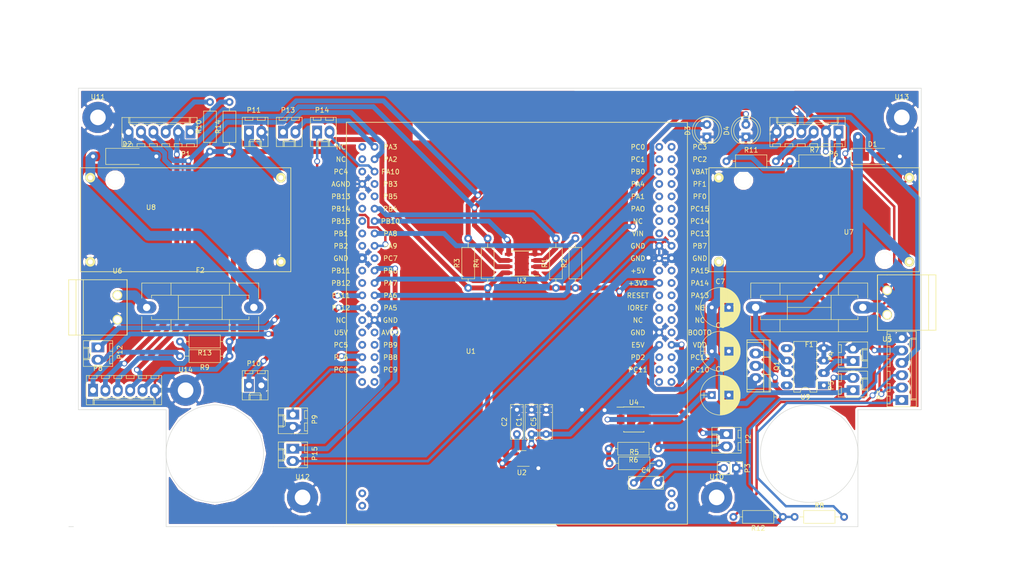
<source format=kicad_pcb>
(kicad_pcb (version 4) (host pcbnew 4.0.7)
  (layers (0 F.Cu signal) (31 B.Cu signal) (34 B.Paste user) (35 F.Paste user) (36 B.SilkS user) (37 F.SilkS user) (38 B.Mask user) (39 F.Mask user) (44 Edge.Cuts user))
  (net 0 "")
  (net 1 +5V)
  (net 2 GND)
  (net 3 +2.8V)
  (net 4 "Net-(C3-Pad1)")
  (net 5 "Net-(C4-Pad1)")
  (net 6 "Net-(C4-Pad2)")
  (net 7 BATT)
  (net 8 "Net-(D2-Pad1)")
  (net 9 "Net-(D3-Pad2)")
  (net 10 "Net-(D4-Pad2)")
  (net 11 "Net-(F1-Pad1)")
  (net 12 "Net-(F2-Pad1)")
  (net 13 "Net-(P1-Pad1)")
  (net 14 "Net-(P1-Pad2)")
  (net 15 "Net-(P1-Pad3)")
  (net 16 "Net-(P1-Pad4)")
  (net 17 "Net-(P2-Pad1)")
  (net 18 "Net-(P2-Pad2)")
  (net 19 "Net-(P4-Pad1)")
  (net 20 "Net-(P5-Pad2)")
  (net 21 "Net-(P6-Pad1)")
  (net 22 "Net-(P6-Pad3)")
  (net 23 "Net-(P7-Pad1)")
  (net 24 "Net-(P7-Pad3)")
  (net 25 "Net-(P8-Pad1)")
  (net 26 "Net-(P8-Pad3)")
  (net 27 "Net-(P9-Pad1)")
  (net 28 "Net-(P10-Pad1)")
  (net 29 /Power/Rasp_power)
  (net 30 /Pince_TX)
  (net 31 /Pince_RX)
  (net 32 /Position_TX)
  (net 33 /Position_RX)
  (net 34 RASP_TX)
  (net 35 RASP_RX)
  (net 36 I2C_Free_SCL)
  (net 37 I2C_Free_SDA)
  (net 38 "Net-(Q1-Pad1)")
  (net 39 +3V3)
  (net 40 I2C_TOF_SDA)
  (net 41 I2C_TOF_SCL)
  (net 42 "Net-(R5-Pad1)")
  (net 43 I2C_TOF_EN)
  (net 44 "Net-(U1-Pad1)")
  (net 45 "Net-(U1-Pad21)")
  (net 46 "Net-(U1-Pad2)")
  (net 47 "Net-(U1-Pad3)")
  (net 48 "Net-(U1-Pad4)")
  (net 49 "Net-(U1-Pad5)")
  (net 50 "Net-(U1-Pad6)")
  (net 51 "Net-(U1-Pad7)")
  (net 52 "Net-(U1-Pad8)")
  (net 53 "Net-(U1-Pad11)")
  (net 54 "Net-(U1-Pad12)")
  (net 55 "Net-(U1-Pad13)")
  (net 56 "Net-(U1-Pad14)")
  (net 57 "Net-(U1-Pad15)")
  (net 58 "Net-(U1-Pad16)")
  (net 59 "Net-(U1-Pad18)")
  (net 60 "Net-(U1-Pad19)")
  (net 61 "Net-(U1-Pad22)")
  (net 62 "Net-(U1-Pad23)")
  (net 63 "Net-(U1-Pad24)")
  (net 64 "Net-(U1-Pad25)")
  (net 65 "Net-(U1-Pad26)")
  (net 66 "Net-(U1-Pad27)")
  (net 67 "Net-(U1-Pad28)")
  (net 68 "Net-(U1-Pad31)")
  (net 69 "Net-(U1-Pad33)")
  (net 70 "Net-(U1-Pad34)")
  (net 71 "Net-(U1-Pad35)")
  (net 72 "Net-(U1-Pad38)")
  (net 73 "Net-(U1-Pad39)")
  (net 74 "Net-(U1-Pad41)")
  (net 75 "Net-(U1-Pad42)")
  (net 76 "Net-(U1-Pad43)")
  (net 77 "Net-(U1-Pad45)")
  (net 78 "Net-(U1-Pad46)")
  (net 79 "Net-(U1-Pad47)")
  (net 80 "Net-(U1-Pad48)")
  (net 81 "Net-(U1-Pad49)")
  (net 82 "Net-(U1-Pad51)")
  (net 83 "Net-(U1-Pad52)")
  (net 84 "Net-(U1-Pad55)")
  (net 85 "Net-(U1-Pad56)")
  (net 86 "Net-(U1-Pad57)")
  (net 87 "Net-(U1-Pad79)")
  (net 88 "Net-(U1-Pad78)")
  (net 89 "Net-(U1-Pad77)")
  (net 90 "Net-(U1-Pad76)")
  (net 91 "Net-(U1-Pad74)")
  (net 92 "Net-(U1-Pad70)")
  (net 93 "Net-(U1-Pad65)")
  (net 94 "Net-(U1-Pad64)")
  (net 95 "Net-(U1-Pad83)")
  (net 96 "Net-(U1-Pad84)")
  (net 97 "Net-(U1-Pad82)")
  (net 98 "Net-(U1-Pad81)")
  (net 99 "Net-(U1-Pad20)")
  (net 100 "Net-(U1-Pad40)")
  (net 101 "Net-(U1-Pad80)")
  (net 102 "Net-(U1-Pad60)")
  (net 103 "Net-(U2-Pad4)")
  (net 104 "Net-(U9-Pad1)")
  (net 105 "Net-(U9-Pad5)")
  (net 106 "Net-(U9-Pad8)")
  (module Connectors_Molex:Molex_KK-6410-02_02x2.54mm_Straight (layer F.Cu) (at 225 124 90)
    (fp_text reference P4 (at 1 -4.5 90) (layer F.SilkS))
    (fp_text value CONN_jacky_led)
    (pad 1 thru_hole rect (at 0 0 90) (size 2 2.6) (drill 1.2) (layers *.Cu *.Mask) (net 19 "Net-(P4-Pad1)"))
    (pad 2 thru_hole oval (at 2.54 0 90) (size 2 2.6) (drill 1.2) (layers *.Cu *.Mask) (net 2 GND))
  )
  (module Mounting_Holes:MountingHole_3.2mm_M3_Pad (layer F.Cu) (at 197 152)
    (fp_text reference U10 (at 0 -4.2) (layer F.SilkS))
    (fp_text value trou-d3mm)
    (pad 1 thru_hole circle (at 0 0) (size 6.4 6.4) (drill 3.2) (layers *.Cu *.Mask) (net 2 GND))
  )
  (module Nucleo_64:Nucleo-64 (layer F.Cu) (at 191 75 180)
    (fp_text reference U1 (at 44.45 -46.99 180) (layer F.SilkS))
    (fp_text value Nucleo-64)
    (fp_text user NC (at 71.12 -5.08 180) (layer F.SilkS))
    (fp_text user NC (at 71.12 -7.62 180) (layer F.SilkS))
    (fp_text user PC4 (at 71.12 -10.16 180) (layer F.SilkS))
    (fp_text user AGND (at 71.12 -12.7 180) (layer F.SilkS))
    (fp_text user PB13 (at 71.12 -15.24 180) (layer F.SilkS))
    (fp_text user PB14 (at 71.12 -17.78 180) (layer F.SilkS))
    (fp_text user PB15 (at 71.12 -20.32 180) (layer F.SilkS))
    (fp_text user PB1 (at 71.12 -22.86 180) (layer F.SilkS))
    (fp_text user PB2 (at 71.12 -25.4 180) (layer F.SilkS))
    (fp_text user GND (at 71.12 -27.94 180) (layer F.SilkS))
    (fp_text user PB11 (at 71.12 -30.48 180) (layer F.SilkS))
    (fp_text user PB12 (at 71.12 -33.02 180) (layer F.SilkS))
    (fp_text user PA11 (at 71.12 -35.56 180) (layer F.SilkS))
    (fp_text user PA12 (at 71.12 -38.1 180) (layer F.SilkS))
    (fp_text user NC (at 71.12 -40.64 180) (layer F.SilkS))
    (fp_text user U5V (at 71.12 -43.18 180) (layer F.SilkS))
    (fp_text user PC5 (at 71.12 -45.72 180) (layer F.SilkS))
    (fp_text user PC6 (at 71.12 -48.26 180) (layer F.SilkS))
    (fp_text user PC8 (at 71.12 -50.8 180) (layer F.SilkS))
    (fp_text user PA3 (at 60.96 -5.08 180) (layer F.SilkS))
    (fp_text user PA2 (at 60.96 -7.62 180) (layer F.SilkS))
    (fp_text user PA10 (at 60.96 -10.16 180) (layer F.SilkS))
    (fp_text user PB3 (at 60.96 -12.7 180) (layer F.SilkS))
    (fp_text user PB5 (at 60.96 -15.24 180) (layer F.SilkS))
    (fp_text user PB4 (at 60.96 -17.78 180) (layer F.SilkS))
    (fp_text user PB10 (at 60.96 -20.32 180) (layer F.SilkS))
    (fp_text user PA8 (at 60.96 -22.86 180) (layer F.SilkS))
    (fp_text user PA9 (at 60.96 -25.4 180) (layer F.SilkS))
    (fp_text user PC7 (at 60.96 -27.94 180) (layer F.SilkS))
    (fp_text user PB6 (at 60.96 -30.48 180) (layer F.SilkS))
    (fp_text user PA7 (at 60.96 -33.02 180) (layer F.SilkS))
    (fp_text user PA6 (at 60.96 -35.56 180) (layer F.SilkS))
    (fp_text user PA5 (at 60.96 -38.1 180) (layer F.SilkS))
    (fp_text user GND (at 60.96 -40.64 180) (layer F.SilkS))
    (fp_text user AVDD (at 60.96 -43.18 180) (layer F.SilkS))
    (fp_text user PB9 (at 60.96 -45.72 180) (layer F.SilkS))
    (fp_text user PB8 (at 60.96 -48.26 180) (layer F.SilkS))
    (fp_text user PC9 (at 60.96 -50.8 180) (layer F.SilkS))
    (fp_text user PC0 (at 10.16 -5.08 180) (layer F.SilkS))
    (fp_text user PC1 (at 10.16 -7.62 180) (layer F.SilkS))
    (fp_text user PB0 (at 10.16 -10.16 180) (layer F.SilkS))
    (fp_text user PA4 (at 10.16 -12.7 180) (layer F.SilkS))
    (fp_text user PA1 (at 10.16 -15.24 180) (layer F.SilkS))
    (fp_text user PAO (at 10.16 -17.78 180) (layer F.SilkS))
    (fp_text user NC (at 10.16 -20.32 180) (layer F.SilkS))
    (fp_text user VIN (at 10.16 -22.86 180) (layer F.SilkS))
    (fp_text user GND (at 10.16 -25.4 180) (layer F.SilkS))
    (fp_text user GND (at 10.16 -27.94 180) (layer F.SilkS))
    (fp_text user +5V (at 10.16 -30.48 180) (layer F.SilkS))
    (fp_text user +3V3 (at 10.16 -33.02 180) (layer F.SilkS))
    (fp_text user RESET (at 10.16 -35.56 180) (layer F.SilkS))
    (fp_text user IOREF (at 10.16 -38.1 180) (layer F.SilkS))
    (fp_text user NC (at 10.16 -40.64 180) (layer F.SilkS))
    (fp_text user GND (at 10.16 -43.18 180) (layer F.SilkS))
    (fp_text user E5V (at 10.16 -45.72 180) (layer F.SilkS))
    (fp_text user PD2 (at 10.16 -48.26 180) (layer F.SilkS))
    (fp_text user PC11 (at 10.16 -50.8 180) (layer F.SilkS))
    (fp_text user PC3 (at -2.54 -5.08 180) (layer F.SilkS))
    (fp_text user PC2 (at -2.54 -7.62 180) (layer F.SilkS))
    (fp_text user VBAT (at -2.54 -10.16 180) (layer F.SilkS))
    (fp_text user PF1 (at -2.54 -12.7 180) (layer F.SilkS))
    (fp_text user PF0 (at -2.54 -15.24 180) (layer F.SilkS))
    (fp_text user PC15 (at -2.54 -17.78 180) (layer F.SilkS))
    (fp_text user PC14 (at -2.54 -20.32 180) (layer F.SilkS))
    (fp_text user PC13 (at -2.54 -22.86 180) (layer F.SilkS))
    (fp_text user PB7 (at -2.54 -25.4 180) (layer F.SilkS))
    (fp_text user GND (at -2.54 -27.94 180) (layer F.SilkS))
    (fp_text user PA15 (at -2.54 -30.48 180) (layer F.SilkS))
    (fp_text user PA14 (at -2.54 -33.02 180) (layer F.SilkS))
    (fp_text user PA13 (at -2.54 -35.56 180) (layer F.SilkS))
    (fp_text user NC (at -2.54 -38.1 180) (layer F.SilkS))
    (fp_text user NC (at -2.54 -40.64 180) (layer F.SilkS))
    (fp_text user BOOTO (at -2.54 -43.18 180) (layer F.SilkS))
    (fp_text user VDD (at -2.54 -45.72 180) (layer F.SilkS))
    (fp_text user PC12 (at -2.54 -48.26 180) (layer F.SilkS))
    (fp_text user PC10 (at -2.54 -50.8 180) (layer F.SilkS))
    (pad 1 thru_hole circle (at 3.25 -5.04 180) (size 1.6 1.6) (drill 0.8) (layers *.Cu *.Mask) (net 44 "Net-(U1-Pad1)"))
    (pad 21 thru_hole circle (at 5.79 -5.04 180) (size 1.6 1.6) (drill 0.8) (layers *.Cu *.Mask) (net 45 "Net-(U1-Pad21)"))
    (pad 2 thru_hole circle (at 3.25 -7.58 180) (size 1.6 1.6) (drill 0.8) (layers *.Cu *.Mask) (net 46 "Net-(U1-Pad2)"))
    (pad 3 thru_hole circle (at 3.25 -10.12 180) (size 1.6 1.6) (drill 0.8) (layers *.Cu *.Mask) (net 47 "Net-(U1-Pad3)"))
    (pad 4 thru_hole circle (at 3.25 -12.66 180) (size 1.6 1.6) (drill 0.8) (layers *.Cu *.Mask) (net 48 "Net-(U1-Pad4)"))
    (pad 5 thru_hole circle (at 3.25 -15.2 180) (size 1.6 1.6) (drill 0.8) (layers *.Cu *.Mask) (net 49 "Net-(U1-Pad5)"))
    (pad 6 thru_hole circle (at 3.25 -17.74 180) (size 1.6 1.6) (drill 0.8) (layers *.Cu *.Mask) (net 50 "Net-(U1-Pad6)"))
    (pad 7 thru_hole circle (at 3.25 -20.28 180) (size 1.6 1.6) (drill 0.8) (layers *.Cu *.Mask) (net 51 "Net-(U1-Pad7)"))
    (pad 8 thru_hole circle (at 3.25 -22.82 180) (size 1.6 1.6) (drill 0.8) (layers *.Cu *.Mask) (net 52 "Net-(U1-Pad8)"))
    (pad 9 thru_hole circle (at 3.25 -25.36 180) (size 1.6 1.6) (drill 0.8) (layers *.Cu *.Mask) (net 37 I2C_Free_SDA))
    (pad 10 thru_hole circle (at 3.25 -27.9 180) (size 1.6 1.6) (drill 0.8) (layers *.Cu *.Mask) (net 2 GND))
    (pad 11 thru_hole circle (at 3.25 -30.44 180) (size 1.6 1.6) (drill 0.8) (layers *.Cu *.Mask) (net 53 "Net-(U1-Pad11)"))
    (pad 12 thru_hole circle (at 3.25 -32.98 180) (size 1.6 1.6) (drill 0.8) (layers *.Cu *.Mask) (net 54 "Net-(U1-Pad12)"))
    (pad 13 thru_hole circle (at 3.25 -35.52 180) (size 1.6 1.6) (drill 0.8) (layers *.Cu *.Mask) (net 55 "Net-(U1-Pad13)"))
    (pad 14 thru_hole circle (at 3.25 -38.06 180) (size 1.6 1.6) (drill 0.8) (layers *.Cu *.Mask) (net 56 "Net-(U1-Pad14)"))
    (pad 15 thru_hole circle (at 3.25 -40.6 180) (size 1.6 1.6) (drill 0.8) (layers *.Cu *.Mask) (net 57 "Net-(U1-Pad15)"))
    (pad 16 thru_hole circle (at 3.25 -43.14 180) (size 1.6 1.6) (drill 0.8) (layers *.Cu *.Mask) (net 58 "Net-(U1-Pad16)"))
    (pad 17 thru_hole circle (at 3.25 -45.68 180) (size 1.6 1.6) (drill 0.8) (layers *.Cu *.Mask) (net 39 +3V3))
    (pad 18 thru_hole circle (at 3.25 -48.22 180) (size 1.6 1.6) (drill 0.8) (layers *.Cu *.Mask) (net 59 "Net-(U1-Pad18)"))
    (pad 19 thru_hole circle (at 3.25 -50.76 180) (size 1.6 1.6) (drill 0.8) (layers *.Cu *.Mask) (net 60 "Net-(U1-Pad19)"))
    (pad 22 thru_hole circle (at 5.79 -7.58 180) (size 1.6 1.6) (drill 0.8) (layers *.Cu *.Mask) (net 61 "Net-(U1-Pad22)"))
    (pad 23 thru_hole circle (at 5.79 -10.12 180) (size 1.6 1.6) (drill 0.8) (layers *.Cu *.Mask) (net 62 "Net-(U1-Pad23)"))
    (pad 24 thru_hole circle (at 5.79 -12.66 180) (size 1.6 1.6) (drill 0.8) (layers *.Cu *.Mask) (net 63 "Net-(U1-Pad24)"))
    (pad 25 thru_hole circle (at 5.79 -15.2 180) (size 1.6 1.6) (drill 0.8) (layers *.Cu *.Mask) (net 64 "Net-(U1-Pad25)"))
    (pad 26 thru_hole circle (at 5.79 -17.74 180) (size 1.6 1.6) (drill 0.8) (layers *.Cu *.Mask) (net 65 "Net-(U1-Pad26)"))
    (pad 27 thru_hole circle (at 5.79 -20.28 180) (size 1.6 1.6) (drill 0.8) (layers *.Cu *.Mask) (net 66 "Net-(U1-Pad27)"))
    (pad 28 thru_hole circle (at 5.79 -22.82 180) (size 1.6 1.6) (drill 0.8) (layers *.Cu *.Mask) (net 67 "Net-(U1-Pad28)"))
    (pad 29 thru_hole circle (at 5.79 -25.36 180) (size 1.6 1.6) (drill 0.8) (layers *.Cu *.Mask) (net 2 GND))
    (pad 30 thru_hole circle (at 5.79 -27.9 180) (size 1.6 1.6) (drill 0.8) (layers *.Cu *.Mask) (net 2 GND))
    (pad 31 thru_hole circle (at 5.79 -30.44 180) (size 1.6 1.6) (drill 0.8) (layers *.Cu *.Mask) (net 68 "Net-(U1-Pad31)"))
    (pad 32 thru_hole circle (at 5.79 -32.98 180) (size 1.6 1.6) (drill 0.8) (layers *.Cu *.Mask) (net 39 +3V3))
    (pad 33 thru_hole circle (at 5.79 -35.52 180) (size 1.6 1.6) (drill 0.8) (layers *.Cu *.Mask) (net 69 "Net-(U1-Pad33)"))
    (pad 34 thru_hole circle (at 5.79 -38.06 180) (size 1.6 1.6) (drill 0.8) (layers *.Cu *.Mask) (net 70 "Net-(U1-Pad34)"))
    (pad 35 thru_hole circle (at 5.79 -40.6 180) (size 1.6 1.6) (drill 0.8) (layers *.Cu *.Mask) (net 71 "Net-(U1-Pad35)"))
    (pad 36 thru_hole circle (at 5.79 -43.14 180) (size 1.6 1.6) (drill 0.8) (layers *.Cu *.Mask) (net 2 GND))
    (pad 37 thru_hole circle (at 5.79 -45.68 180) (size 1.6 1.6) (drill 0.8) (layers *.Cu *.Mask) (net 1 +5V))
    (pad 38 thru_hole circle (at 5.79 -48.22 180) (size 1.6 1.6) (drill 0.8) (layers *.Cu *.Mask) (net 72 "Net-(U1-Pad38)"))
    (pad 39 thru_hole circle (at 5.79 -50.76 180) (size 1.6 1.6) (drill 0.8) (layers *.Cu *.Mask) (net 73 "Net-(U1-Pad39)"))
    (pad 41 thru_hole circle (at 66.75 -5.04 180) (size 1.6 1.6) (drill 0.8) (layers *.Cu *.Mask) (net 74 "Net-(U1-Pad41)"))
    (pad 61 thru_hole circle (at 64.21 -5.04 180) (size 1.6 1.6) (drill 0.8) (layers *.Cu *.Mask) (net 33 /Position_RX))
    (pad 42 thru_hole circle (at 66.75 -7.58 180) (size 1.6 1.6) (drill 0.8) (layers *.Cu *.Mask) (net 75 "Net-(U1-Pad42)"))
    (pad 43 thru_hole circle (at 66.75 -10.12 180) (size 1.6 1.6) (drill 0.8) (layers *.Cu *.Mask) (net 76 "Net-(U1-Pad43)"))
    (pad 44 thru_hole circle (at 66.75 -12.66 180) (size 1.6 1.6) (drill 0.8) (layers *.Cu *.Mask) (net 2 GND))
    (pad 45 thru_hole circle (at 66.75 -15.2 180) (size 1.6 1.6) (drill 0.8) (layers *.Cu *.Mask) (net 77 "Net-(U1-Pad45)"))
    (pad 46 thru_hole circle (at 66.75 -17.74 180) (size 1.6 1.6) (drill 0.8) (layers *.Cu *.Mask) (net 78 "Net-(U1-Pad46)"))
    (pad 47 thru_hole circle (at 66.75 -20.28 180) (size 1.6 1.6) (drill 0.8) (layers *.Cu *.Mask) (net 79 "Net-(U1-Pad47)"))
    (pad 48 thru_hole circle (at 66.75 -22.82 180) (size 1.6 1.6) (drill 0.8) (layers *.Cu *.Mask) (net 80 "Net-(U1-Pad48)"))
    (pad 49 thru_hole circle (at 66.75 -25.36 180) (size 1.6 1.6) (drill 0.8) (layers *.Cu *.Mask) (net 81 "Net-(U1-Pad49)"))
    (pad 50 thru_hole circle (at 66.75 -27.9 180) (size 1.6 1.6) (drill 0.8) (layers *.Cu *.Mask) (net 2 GND))
    (pad 51 thru_hole circle (at 66.75 -30.44 180) (size 1.6 1.6) (drill 0.8) (layers *.Cu *.Mask) (net 82 "Net-(U1-Pad51)"))
    (pad 52 thru_hole circle (at 66.75 -32.98 180) (size 1.6 1.6) (drill 0.8) (layers *.Cu *.Mask) (net 83 "Net-(U1-Pad52)"))
    (pad 53 thru_hole circle (at 66.75 -35.52 180) (size 1.6 1.6) (drill 0.8) (layers *.Cu *.Mask) (net 30 /Pince_TX))
    (pad 54 thru_hole circle (at 66.75 -38.06 180) (size 1.6 1.6) (drill 0.8) (layers *.Cu *.Mask) (net 31 /Pince_RX))
    (pad 55 thru_hole circle (at 66.75 -40.6 180) (size 1.6 1.6) (drill 0.8) (layers *.Cu *.Mask) (net 84 "Net-(U1-Pad55)"))
    (pad 56 thru_hole circle (at 66.75 -43.14 180) (size 1.6 1.6) (drill 0.8) (layers *.Cu *.Mask) (net 85 "Net-(U1-Pad56)"))
    (pad 57 thru_hole circle (at 66.75 -45.68 180) (size 1.6 1.6) (drill 0.8) (layers *.Cu *.Mask) (net 86 "Net-(U1-Pad57)"))
    (pad 58 thru_hole circle (at 66.75 -48.22 180) (size 1.6 1.6) (drill 0.8) (layers *.Cu *.Mask) (net 28 "Net-(P10-Pad1)"))
    (pad 59 thru_hole circle (at 66.75 -50.76 180) (size 1.6 1.6) (drill 0.8) (layers *.Cu *.Mask) (net 27 "Net-(P9-Pad1)"))
    (pad 79 thru_hole circle (at 64.21 -50.76 180) (size 1.6 1.6) (drill 0.8) (layers *.Cu *.Mask) (net 87 "Net-(U1-Pad79)"))
    (pad 78 thru_hole circle (at 64.21 -48.22 180) (size 1.6 1.6) (drill 0.8) (layers *.Cu *.Mask) (net 88 "Net-(U1-Pad78)"))
    (pad 77 thru_hole circle (at 64.21 -45.68 180) (size 1.6 1.6) (drill 0.8) (layers *.Cu *.Mask) (net 89 "Net-(U1-Pad77)"))
    (pad 76 thru_hole circle (at 64.21 -43.14 180) (size 1.6 1.6) (drill 0.8) (layers *.Cu *.Mask) (net 90 "Net-(U1-Pad76)"))
    (pad 75 thru_hole circle (at 64.21 -40.6 180) (size 1.6 1.6) (drill 0.8) (layers *.Cu *.Mask) (net 2 GND))
    (pad 74 thru_hole circle (at 64.21 -38.06 180) (size 1.6 1.6) (drill 0.8) (layers *.Cu *.Mask) (net 91 "Net-(U1-Pad74)"))
    (pad 73 thru_hole circle (at 64.21 -35.52 180) (size 1.6 1.6) (drill 0.8) (layers *.Cu *.Mask) (net 10 "Net-(D4-Pad2)"))
    (pad 72 thru_hole circle (at 64.21 -32.98 180) (size 1.6 1.6) (drill 0.8) (layers *.Cu *.Mask) (net 9 "Net-(D3-Pad2)"))
    (pad 71 thru_hole circle (at 64.21 -30.44 180) (size 1.6 1.6) (drill 0.8) (layers *.Cu *.Mask) (net 36 I2C_Free_SCL))
    (pad 70 thru_hole circle (at 64.21 -27.9 180) (size 1.6 1.6) (drill 0.8) (layers *.Cu *.Mask) (net 92 "Net-(U1-Pad70)"))
    (pad 69 thru_hole circle (at 64.21 -25.36 180) (size 1.6 1.6) (drill 0.8) (layers *.Cu *.Mask) (net 34 RASP_TX))
    (pad 68 thru_hole circle (at 64.21 -22.82 180) (size 1.6 1.6) (drill 0.8) (layers *.Cu *.Mask) (net 41 I2C_TOF_SCL))
    (pad 67 thru_hole circle (at 64.21 -20.28 180) (size 1.6 1.6) (drill 0.8) (layers *.Cu *.Mask) (net 43 I2C_TOF_EN))
    (pad 66 thru_hole circle (at 64.21 -17.74 180) (size 1.6 1.6) (drill 0.8) (layers *.Cu *.Mask) (net 40 I2C_TOF_SDA))
    (pad 65 thru_hole circle (at 64.21 -15.2 180) (size 1.6 1.6) (drill 0.8) (layers *.Cu *.Mask) (net 93 "Net-(U1-Pad65)"))
    (pad 64 thru_hole circle (at 64.21 -12.66 180) (size 1.6 1.6) (drill 0.8) (layers *.Cu *.Mask) (net 94 "Net-(U1-Pad64)"))
    (pad 63 thru_hole circle (at 64.21 -10.12 180) (size 1.6 1.6) (drill 0.8) (layers *.Cu *.Mask) (net 35 RASP_RX))
    (pad 62 thru_hole circle (at 64.21 -7.58 180) (size 1.6 1.6) (drill 0.8) (layers *.Cu *.Mask) (net 32 /Position_TX))
    (pad 83 thru_hole circle (at 3.25 -78.7 180) (size 1.6 1.6) (drill 0.8) (layers *.Cu *.Mask) (net 95 "Net-(U1-Pad83)"))
    (pad 84 thru_hole circle (at 3.25 -76.16 180) (size 1.6 1.6) (drill 0.8) (layers *.Cu *.Mask) (net 96 "Net-(U1-Pad84)"))
    (pad 82 thru_hole circle (at 66.75 -78.7 180) (size 1.6 1.6) (drill 0.8) (layers *.Cu *.Mask) (net 97 "Net-(U1-Pad82)"))
    (pad 81 thru_hole circle (at 66.75 -76.16 180) (size 1.6 1.6) (drill 0.8) (layers *.Cu *.Mask) (net 98 "Net-(U1-Pad81)"))
    (pad 20 thru_hole circle (at 3.27 -53.3 180) (size 1.6 1.6) (drill 0.8) (layers *.Cu *.Mask) (net 99 "Net-(U1-Pad20)"))
    (pad 40 thru_hole circle (at 5.81 -53.3 180) (size 1.6 1.6) (drill 0.8) (layers *.Cu *.Mask) (net 100 "Net-(U1-Pad40)"))
    (pad 80 thru_hole circle (at 64.23 -53.3 180) (size 1.6 1.6) (drill 0.8) (layers *.Cu *.Mask) (net 101 "Net-(U1-Pad80)"))
    (pad 60 thru_hole circle (at 66.77 -53.3 180) (size 1.6 1.6) (drill 0.8) (layers *.Cu *.Mask) (net 102 "Net-(U1-Pad60)"))
  )
  (module Capacitors_THT:CP_Radial_D8.0mm_P3.50mm (layer F.Cu) (at 196 131)
    (fp_text reference C3 (at 1.75 -5.31) (layer F.SilkS))
    (fp_text value 47uCP)
    (pad 1 thru_hole rect (at 0 0) (size 1.6 1.6) (drill 0.8) (layers *.Cu *.Mask) (net 4 "Net-(C3-Pad1)"))
    (pad 2 thru_hole circle (at 3.5 0) (size 1.6 1.6) (drill 0.8) (layers *.Cu *.Mask) (net 2 GND))
  )
  (module Capacitors_THT:C_Rect_L7.0mm_W2.5mm_P5.00mm (layer F.Cu) (at 159 139 90)
    (fp_text reference C1 (at 2.5 -2.56 90) (layer F.SilkS))
    (fp_text value 1uC)
    (pad 1 thru_hole circle (at 0 0 90) (size 1.6 1.6) (drill 0.8) (layers *.Cu *.Mask) (net 1 +5V))
    (pad 2 thru_hole circle (at 5 0 90) (size 1.6 1.6) (drill 0.8) (layers *.Cu *.Mask) (net 2 GND))
  )
  (module Capacitors_THT:C_Rect_L7.0mm_W2.5mm_P5.00mm (layer F.Cu) (at 156 139 90)
    (fp_text reference C2 (at 2.5 -2.56 90) (layer F.SilkS))
    (fp_text value 1uC)
    (pad 1 thru_hole circle (at 0 0 90) (size 1.6 1.6) (drill 0.8) (layers *.Cu *.Mask) (net 3 +2.8V))
    (pad 2 thru_hole circle (at 5 0 90) (size 1.6 1.6) (drill 0.8) (layers *.Cu *.Mask) (net 2 GND))
  )
  (module Capacitors_THT:C_Rect_L7.0mm_W2.5mm_P5.00mm (layer F.Cu) (at 180 149)
    (fp_text reference C4 (at 2.5 -2.56) (layer F.SilkS))
    (fp_text value 1uC)
    (pad 1 thru_hole circle (at 0 0) (size 1.6 1.6) (drill 0.8) (layers *.Cu *.Mask) (net 5 "Net-(C4-Pad1)"))
    (pad 2 thru_hole circle (at 5 0) (size 1.6 1.6) (drill 0.8) (layers *.Cu *.Mask) (net 6 "Net-(C4-Pad2)"))
  )
  (module Capacitors_THT:C_Rect_L7.0mm_W2.5mm_P5.00mm (layer F.Cu) (at 162 139 90)
    (fp_text reference C5 (at 2.5 -2.56 90) (layer F.SilkS))
    (fp_text value C)
    (pad 1 thru_hole circle (at 0 0 90) (size 1.6 1.6) (drill 0.8) (layers *.Cu *.Mask) (net 1 +5V))
    (pad 2 thru_hole circle (at 5 0 90) (size 1.6 1.6) (drill 0.8) (layers *.Cu *.Mask) (net 2 GND))
  )
  (module Capacitors_THT:CP_Radial_D8.0mm_P3.50mm (layer F.Cu) (at 196 122)
    (fp_text reference C6 (at 1.75 -5.31) (layer F.SilkS))
    (fp_text value CP)
    (pad 1 thru_hole rect (at 0 0) (size 1.6 1.6) (drill 0.8) (layers *.Cu *.Mask) (net 1 +5V))
    (pad 2 thru_hole circle (at 3.5 0) (size 1.6 1.6) (drill 0.8) (layers *.Cu *.Mask) (net 2 GND))
  )
  (module Capacitors_THT:CP_Radial_D8.0mm_P3.50mm (layer F.Cu) (at 196 113)
    (fp_text reference C7 (at 1.75 -5.31) (layer F.SilkS))
    (fp_text value CP)
    (pad 1 thru_hole rect (at 0 0) (size 1.6 1.6) (drill 0.8) (layers *.Cu *.Mask) (net 1 +5V))
    (pad 2 thru_hole circle (at 3.5 0) (size 1.6 1.6) (drill 0.8) (layers *.Cu *.Mask) (net 2 GND))
  )
  (module Diodes_SMD:D_SMA_Handsoldering (layer F.Cu) (at 229 82)
    (fp_text reference D1 (at 0 -2.5) (layer F.SilkS))
    (fp_text value D)
    (pad 1 smd rect (at -2.5 0) (size 3.5 1.8) (layers F.Cu F.Paste F.Mask) (net 7 BATT))
    (pad 2 smd rect (at 2.5 0) (size 3.5 1.8) (layers F.Cu F.Paste F.Mask) (net 2 GND))
  )
  (module Diodes_SMD:D_SMA_Handsoldering (layer F.Cu) (at 76 82)
    (fp_text reference D2 (at 0 -2.5) (layer F.SilkS))
    (fp_text value D)
    (pad 1 smd rect (at -2.5 0) (size 3.5 1.8) (layers F.Cu F.Paste F.Mask) (net 8 "Net-(D2-Pad1)"))
    (pad 2 smd rect (at 2.5 0) (size 3.5 1.8) (layers F.Cu F.Paste F.Mask) (net 2 GND))
  )
  (module LEDs:LED_D5.0mm (layer F.Cu) (at 195 78 90)
    (fp_text reference D3 (at 1.27 -3.96 90) (layer F.SilkS))
    (fp_text value LED_Red)
    (pad 1 thru_hole rect (at 0 0 90) (size 1.8 1.8) (drill 0.9) (layers *.Cu *.Mask) (net 2 GND))
    (pad 2 thru_hole circle (at 2.54 0 90) (size 1.8 1.8) (drill 0.9) (layers *.Cu *.Mask) (net 9 "Net-(D3-Pad2)"))
  )
  (module LEDs:LED_D5.0mm (layer F.Cu) (at 203 78 90)
    (fp_text reference D4 (at 1.27 -3.96 90) (layer F.SilkS))
    (fp_text value LED_Green)
    (pad 1 thru_hole rect (at 0 0 90) (size 1.8 1.8) (drill 0.9) (layers *.Cu *.Mask) (net 2 GND))
    (pad 2 thru_hole circle (at 2.54 0 90) (size 1.8 1.8) (drill 0.9) (layers *.Cu *.Mask) (net 10 "Net-(D4-Pad2)"))
  )
  (module Fuse_Holders_and_Fuses:Fuseholder5x20_horiz_SemiClosed_Casing10x25mm (layer F.Cu) (at 227 113 180)
    (fp_text reference F1 (at 11 -7.62 180) (layer F.SilkS))
    (fp_text value FUSE)
    (pad 2 thru_hole oval (at 22 0 90) (size 2.5 4) (drill 1.5) (layers *.Cu *.Mask) (net 7 BATT))
    (pad 1 thru_hole oval (at 0 0 90) (size 2.5 4) (drill 1.5) (layers *.Cu *.Mask) (net 11 "Net-(F1-Pad1)"))
  )
  (module Fuse_Holders_and_Fuses:Fuseholder5x20_horiz_SemiClosed_Casing10x25mm (layer F.Cu) (at 80 113)
    (fp_text reference F2 (at 11 -7.62) (layer F.SilkS))
    (fp_text value FUSE)
    (pad 2 thru_hole oval (at 22 0 270) (size 2.5 4) (drill 1.5) (layers *.Cu *.Mask) (net 8 "Net-(D2-Pad1)"))
    (pad 1 thru_hole oval (at 0 0 270) (size 2.5 4) (drill 1.5) (layers *.Cu *.Mask) (net 12 "Net-(F2-Pad1)"))
  )
  (module Connectors_Molex:Molex_KK-6410-06_06x2.54mm_Straight (layer F.Cu) (at 89 77 180)
    (fp_text reference P1 (at 1 -4.5 180) (layer F.SilkS))
    (fp_text value CONN_02X03)
    (pad 1 thru_hole rect (at 0 0 180) (size 2 2.6) (drill 1.2) (layers *.Cu *.Mask) (net 13 "Net-(P1-Pad1)"))
    (pad 2 thru_hole oval (at 2.54 0 180) (size 2 2.6) (drill 1.2) (layers *.Cu *.Mask) (net 14 "Net-(P1-Pad2)"))
    (pad 3 thru_hole oval (at 5.08 0 180) (size 2 2.6) (drill 1.2) (layers *.Cu *.Mask) (net 15 "Net-(P1-Pad3)"))
    (pad 4 thru_hole oval (at 7.62 0 180) (size 2 2.6) (drill 1.2) (layers *.Cu *.Mask) (net 16 "Net-(P1-Pad4)"))
    (pad 5 thru_hole oval (at 10.16 0 180) (size 2 2.6) (drill 1.2) (layers *.Cu *.Mask) (net 3 +2.8V))
    (pad 6 thru_hole oval (at 12.7 0 180) (size 2 2.6) (drill 1.2) (layers *.Cu *.Mask) (net 2 GND))
  )
  (module Connectors_Molex:Molex_KK-6410-02_02x2.54mm_Straight (layer F.Cu) (at 199 139 270)
    (fp_text reference P2 (at 1 -4.5 270) (layer F.SilkS))
    (fp_text value CONN_Speaker)
    (pad 1 thru_hole rect (at 0 0 270) (size 2 2.6) (drill 1.2) (layers *.Cu *.Mask) (net 17 "Net-(P2-Pad1)"))
    (pad 2 thru_hole oval (at 2.54 0 270) (size 2 2.6) (drill 1.2) (layers *.Cu *.Mask) (net 18 "Net-(P2-Pad2)"))
  )
  (module Pin_Headers:Pin_Header_Straight_1x02_Pitch2.54mm (layer F.Cu) (at 201 146 270)
    (fp_text reference P3 (at 0 -2.33 270) (layer F.SilkS))
    (fp_text value CONN_jack)
    (pad 1 thru_hole rect (at 0 0 270) (size 1.7 1.7) (drill 1) (layers *.Cu *.Mask) (net 2 GND))
    (pad 2 thru_hole oval (at 0 2.54 270) (size 1.7 1.7) (drill 1) (layers *.Cu *.Mask) (net 6 "Net-(C4-Pad2)"))
  )
  (module Connectors_Molex:Molex_KK-6410-02_02x2.54mm_Straight (layer F.Cu) (at 225 130 90)
    (fp_text reference P5 (at 1 -4.5 90) (layer F.SilkS))
    (fp_text value CONN_LED)
    (pad 1 thru_hole rect (at 0 0 90) (size 2 2.6) (drill 1.2) (layers *.Cu *.Mask) (net 1 +5V))
    (pad 2 thru_hole oval (at 2.54 0 90) (size 2 2.6) (drill 1.2) (layers *.Cu *.Mask) (net 20 "Net-(P5-Pad2)"))
  )
  (module Connectors_Molex:Molex_KK-6410-06_06x2.54mm_Straight (layer F.Cu) (at 222 77 180)
    (fp_text reference P6 (at 1 -4.5 180) (layer F.SilkS))
    (fp_text value CONN_02X03)
    (pad 1 thru_hole rect (at 0 0 180) (size 2 2.6) (drill 1.2) (layers *.Cu *.Mask) (net 21 "Net-(P6-Pad1)"))
    (pad 2 thru_hole oval (at 2.54 0 180) (size 2 2.6) (drill 1.2) (layers *.Cu *.Mask) (net 14 "Net-(P1-Pad2)"))
    (pad 3 thru_hole oval (at 5.08 0 180) (size 2 2.6) (drill 1.2) (layers *.Cu *.Mask) (net 22 "Net-(P6-Pad3)"))
    (pad 4 thru_hole oval (at 7.62 0 180) (size 2 2.6) (drill 1.2) (layers *.Cu *.Mask) (net 16 "Net-(P1-Pad4)"))
    (pad 5 thru_hole oval (at 10.16 0 180) (size 2 2.6) (drill 1.2) (layers *.Cu *.Mask) (net 3 +2.8V))
    (pad 6 thru_hole oval (at 12.7 0 180) (size 2 2.6) (drill 1.2) (layers *.Cu *.Mask) (net 2 GND))
  )
  (module Connectors_Molex:Molex_KK-6410-06_06x2.54mm_Straight (layer F.Cu) (at 235 132 90)
    (fp_text reference P7 (at 1 -4.5 90) (layer F.SilkS))
    (fp_text value CONN_02X03)
    (pad 1 thru_hole rect (at 0 0 90) (size 2 2.6) (drill 1.2) (layers *.Cu *.Mask) (net 23 "Net-(P7-Pad1)"))
    (pad 2 thru_hole oval (at 2.54 0 90) (size 2 2.6) (drill 1.2) (layers *.Cu *.Mask) (net 14 "Net-(P1-Pad2)"))
    (pad 3 thru_hole oval (at 5.08 0 90) (size 2 2.6) (drill 1.2) (layers *.Cu *.Mask) (net 24 "Net-(P7-Pad3)"))
    (pad 4 thru_hole oval (at 7.62 0 90) (size 2 2.6) (drill 1.2) (layers *.Cu *.Mask) (net 16 "Net-(P1-Pad4)"))
    (pad 5 thru_hole oval (at 10.16 0 90) (size 2 2.6) (drill 1.2) (layers *.Cu *.Mask) (net 3 +2.8V))
    (pad 6 thru_hole oval (at 12.7 0 90) (size 2 2.6) (drill 1.2) (layers *.Cu *.Mask) (net 2 GND))
  )
  (module Connectors_Molex:Molex_KK-6410-06_06x2.54mm_Straight (layer F.Cu) (at 69 130)
    (fp_text reference P8 (at 1 -4.5) (layer F.SilkS))
    (fp_text value CONN_02X03)
    (pad 1 thru_hole rect (at 0 0) (size 2 2.6) (drill 1.2) (layers *.Cu *.Mask) (net 25 "Net-(P8-Pad1)"))
    (pad 2 thru_hole oval (at 2.54 0) (size 2 2.6) (drill 1.2) (layers *.Cu *.Mask) (net 14 "Net-(P1-Pad2)"))
    (pad 3 thru_hole oval (at 5.08 0) (size 2 2.6) (drill 1.2) (layers *.Cu *.Mask) (net 26 "Net-(P8-Pad3)"))
    (pad 4 thru_hole oval (at 7.62 0) (size 2 2.6) (drill 1.2) (layers *.Cu *.Mask) (net 16 "Net-(P1-Pad4)"))
    (pad 5 thru_hole oval (at 10.16 0) (size 2 2.6) (drill 1.2) (layers *.Cu *.Mask) (net 3 +2.8V))
    (pad 6 thru_hole oval (at 12.7 0) (size 2 2.6) (drill 1.2) (layers *.Cu *.Mask) (net 2 GND))
  )
  (module Connectors_Molex:Molex_KK-6410-02_02x2.54mm_Straight (layer F.Cu) (at 110 135 270)
    (fp_text reference P9 (at 1 -4.5 270) (layer F.SilkS))
    (fp_text value CONN_jack_start)
    (pad 1 thru_hole rect (at 0 0 270) (size 2 2.6) (drill 1.2) (layers *.Cu *.Mask) (net 27 "Net-(P9-Pad1)"))
    (pad 2 thru_hole oval (at 2.54 0 270) (size 2 2.6) (drill 1.2) (layers *.Cu *.Mask) (net 2 GND))
  )
  (module Connectors_Molex:Molex_KK-6410-02_02x2.54mm_Straight (layer F.Cu) (at 101 129)
    (fp_text reference P10 (at 1 -4.5) (layer F.SilkS))
    (fp_text value CONN_Selec)
    (pad 1 thru_hole rect (at 0 0) (size 2 2.6) (drill 1.2) (layers *.Cu *.Mask) (net 28 "Net-(P10-Pad1)"))
    (pad 2 thru_hole oval (at 2.54 0) (size 2 2.6) (drill 1.2) (layers *.Cu *.Mask) (net 2 GND))
  )
  (module Connectors_Molex:Molex_KK-6410-02_02x2.54mm_Straight (layer F.Cu) (at 101 77)
    (fp_text reference P11 (at 1 -4.5) (layer F.SilkS))
    (fp_text value CONN_01X02)
    (pad 1 thru_hole rect (at 0 0) (size 2 2.6) (drill 1.2) (layers *.Cu *.Mask) (net 29 /Power/Rasp_power))
    (pad 2 thru_hole oval (at 2.54 0) (size 2 2.6) (drill 1.2) (layers *.Cu *.Mask) (net 2 GND))
  )
  (module Connectors_Molex:Molex_KK-6410-02_02x2.54mm_Straight (layer F.Cu) (at 70 121.2 270)
    (fp_text reference P12 (at 1 -4.5 270) (layer F.SilkS))
    (fp_text value CONN_01X02)
    (pad 1 thru_hole rect (at 0 0 270) (size 2 2.6) (drill 1.2) (layers *.Cu *.Mask) (net 30 /Pince_TX))
    (pad 2 thru_hole oval (at 2.54 0 270) (size 2 2.6) (drill 1.2) (layers *.Cu *.Mask) (net 31 /Pince_RX))
  )
  (module Connectors_Molex:Molex_KK-6410-02_02x2.54mm_Straight (layer F.Cu) (at 108 77)
    (fp_text reference P13 (at 1 -4.5) (layer F.SilkS))
    (fp_text value CONN_01X02)
    (pad 1 thru_hole rect (at 0 0) (size 2 2.6) (drill 1.2) (layers *.Cu *.Mask) (net 32 /Position_TX))
    (pad 2 thru_hole oval (at 2.54 0) (size 2 2.6) (drill 1.2) (layers *.Cu *.Mask) (net 33 /Position_RX))
  )
  (module Connectors_Molex:Molex_KK-6410-02_02x2.54mm_Straight (layer F.Cu) (at 115 77)
    (fp_text reference P14 (at 1 -4.5) (layer F.SilkS))
    (fp_text value CONN_01X02)
    (pad 1 thru_hole rect (at 0 0) (size 2 2.6) (drill 1.2) (layers *.Cu *.Mask) (net 34 RASP_TX))
    (pad 2 thru_hole oval (at 2.54 0) (size 2 2.6) (drill 1.2) (layers *.Cu *.Mask) (net 35 RASP_RX))
  )
  (module Connectors_Molex:Molex_KK-6410-02_02x2.54mm_Straight (layer F.Cu) (at 110 142 270)
    (fp_text reference P15 (at 1 -4.5 270) (layer F.SilkS))
    (fp_text value CONN_01X02)
    (pad 1 thru_hole rect (at 0 0 270) (size 2 2.6) (drill 1.2) (layers *.Cu *.Mask) (net 36 I2C_Free_SCL))
    (pad 2 thru_hole oval (at 2.54 0 270) (size 2 2.6) (drill 1.2) (layers *.Cu *.Mask) (net 37 I2C_Free_SDA))
  )
  (module Power_Integrations:TO-220 (layer F.Cu) (at 205 125 270)
    (fp_text reference Q1 (at 0 -4.318 270) (layer F.SilkS))
    (fp_text value IRF540N)
    (pad 2 thru_hole oval (at 0 0 270) (size 2.032 2.54) (drill 1.143) (layers *.Cu *.Mask) (net 20 "Net-(P5-Pad2)"))
    (pad 3 thru_hole oval (at 2.54 0 270) (size 2.032 2.54) (drill 1.143) (layers *.Cu *.Mask) (net 2 GND))
    (pad 1 thru_hole oval (at -2.54 0 270) (size 2.032 2.54) (drill 1.143) (layers *.Cu *.Mask) (net 38 "Net-(Q1-Pad1)"))
  )
  (module Resistors_THT:R_Axial_DIN0207_L6.3mm_D2.5mm_P10.16mm_Horizontal (layer F.Cu) (at 164 109 90)
    (fp_text reference R1 (at 5.08 -2.31 90) (layer F.SilkS))
    (fp_text value 10kR)
    (pad 1 thru_hole circle (at 0 0 90) (size 1.6 1.6) (drill 0.8) (layers *.Cu *.Mask) (net 39 +3V3))
    (pad 2 thru_hole oval (at 10.16 0 90) (size 1.6 1.6) (drill 0.8) (layers *.Cu *.Mask) (net 40 I2C_TOF_SDA))
  )
  (module Resistors_THT:R_Axial_DIN0207_L6.3mm_D2.5mm_P10.16mm_Horizontal (layer F.Cu) (at 168 109 90)
    (fp_text reference R2 (at 5.08 -2.31 90) (layer F.SilkS))
    (fp_text value 10kR)
    (pad 1 thru_hole circle (at 0 0 90) (size 1.6 1.6) (drill 0.8) (layers *.Cu *.Mask) (net 39 +3V3))
    (pad 2 thru_hole oval (at 10.16 0 90) (size 1.6 1.6) (drill 0.8) (layers *.Cu *.Mask) (net 41 I2C_TOF_SCL))
  )
  (module Resistors_THT:R_Axial_DIN0207_L6.3mm_D2.5mm_P10.16mm_Horizontal (layer F.Cu) (at 146 109 90)
    (fp_text reference R3 (at 5.08 -2.31 90) (layer F.SilkS))
    (fp_text value 10kR)
    (pad 1 thru_hole circle (at 0 0 90) (size 1.6 1.6) (drill 0.8) (layers *.Cu *.Mask) (net 3 +2.8V))
    (pad 2 thru_hole oval (at 10.16 0 90) (size 1.6 1.6) (drill 0.8) (layers *.Cu *.Mask) (net 14 "Net-(P1-Pad2)"))
  )
  (module Resistors_THT:R_Axial_DIN0207_L6.3mm_D2.5mm_P10.16mm_Horizontal (layer F.Cu) (at 150 109 90)
    (fp_text reference R4 (at 5.08 -2.31 90) (layer F.SilkS))
    (fp_text value 10kR)
    (pad 1 thru_hole circle (at 0 0 90) (size 1.6 1.6) (drill 0.8) (layers *.Cu *.Mask) (net 3 +2.8V))
    (pad 2 thru_hole oval (at 10.16 0 90) (size 1.6 1.6) (drill 0.8) (layers *.Cu *.Mask) (net 16 "Net-(P1-Pad4)"))
  )
  (module Resistors_THT:R_Axial_DIN0207_L6.3mm_D2.5mm_P10.16mm_Horizontal (layer F.Cu) (at 175 145)
    (fp_text reference R5 (at 5.08 -2.31) (layer F.SilkS))
    (fp_text value 11kR)
    (pad 1 thru_hole circle (at 0 0) (size 1.6 1.6) (drill 0.8) (layers *.Cu *.Mask) (net 42 "Net-(R5-Pad1)"))
    (pad 2 thru_hole oval (at 10.16 0) (size 1.6 1.6) (drill 0.8) (layers *.Cu *.Mask) (net 5 "Net-(C4-Pad1)"))
  )
  (module Resistors_THT:R_Axial_DIN0207_L6.3mm_D2.5mm_P10.16mm_Horizontal (layer F.Cu) (at 185 142 180)
    (fp_text reference R6 (at 5.08 -2.31 180) (layer F.SilkS))
    (fp_text value 56kR)
    (pad 1 thru_hole circle (at 0 0 180) (size 1.6 1.6) (drill 0.8) (layers *.Cu *.Mask) (net 18 "Net-(P2-Pad2)"))
    (pad 2 thru_hole oval (at 10.16 0 180) (size 1.6 1.6) (drill 0.8) (layers *.Cu *.Mask) (net 42 "Net-(R5-Pad1)"))
  )
  (module Resistors_THT:R_Axial_DIN0207_L6.3mm_D2.5mm_P10.16mm_Horizontal (layer F.Cu) (at 212 83)
    (fp_text reference R7 (at 5.08 -2.31) (layer F.SilkS))
    (fp_text value 47kR)
    (pad 1 thru_hole circle (at 0 0) (size 1.6 1.6) (drill 0.8) (layers *.Cu *.Mask) (net 3 +2.8V))
    (pad 2 thru_hole oval (at 10.16 0) (size 1.6 1.6) (drill 0.8) (layers *.Cu *.Mask) (net 21 "Net-(P6-Pad1)"))
  )
  (module Resistors_THT:R_Axial_DIN0207_L6.3mm_D2.5mm_P10.16mm_Horizontal (layer F.Cu) (at 213 156)
    (fp_text reference R8 (at 5.08 -2.31) (layer F.SilkS))
    (fp_text value 47kR)
    (pad 1 thru_hole circle (at 0 0) (size 1.6 1.6) (drill 0.8) (layers *.Cu *.Mask) (net 3 +2.8V))
    (pad 2 thru_hole oval (at 10.16 0) (size 1.6 1.6) (drill 0.8) (layers *.Cu *.Mask) (net 23 "Net-(P7-Pad1)"))
  )
  (module Resistors_THT:R_Axial_DIN0207_L6.3mm_D2.5mm_P10.16mm_Horizontal (layer F.Cu) (at 97 123 180)
    (fp_text reference R9 (at 5.08 -2.31 180) (layer F.SilkS))
    (fp_text value 47kR)
    (pad 1 thru_hole circle (at 0 0 180) (size 1.6 1.6) (drill 0.8) (layers *.Cu *.Mask) (net 3 +2.8V))
    (pad 2 thru_hole oval (at 10.16 0 180) (size 1.6 1.6) (drill 0.8) (layers *.Cu *.Mask) (net 25 "Net-(P8-Pad1)"))
  )
  (module Resistors_THT:R_Axial_DIN0207_L6.3mm_D2.5mm_P10.16mm_Horizontal (layer F.Cu) (at 93 81 90)
    (fp_text reference R10 (at 5.08 -2.31 90) (layer F.SilkS))
    (fp_text value 47kR)
    (pad 1 thru_hole circle (at 0 0 90) (size 1.6 1.6) (drill 0.8) (layers *.Cu *.Mask) (net 3 +2.8V))
    (pad 2 thru_hole oval (at 10.16 0 90) (size 1.6 1.6) (drill 0.8) (layers *.Cu *.Mask) (net 15 "Net-(P1-Pad3)"))
  )
  (module Resistors_THT:R_Axial_DIN0207_L6.3mm_D2.5mm_P10.16mm_Horizontal (layer F.Cu) (at 199 83)
    (fp_text reference R11 (at 5.08 -2.31) (layer F.SilkS))
    (fp_text value 47kR)
    (pad 1 thru_hole circle (at 0 0) (size 1.6 1.6) (drill 0.8) (layers *.Cu *.Mask) (net 3 +2.8V))
    (pad 2 thru_hole oval (at 10.16 0) (size 1.6 1.6) (drill 0.8) (layers *.Cu *.Mask) (net 22 "Net-(P6-Pad3)"))
  )
  (module Resistors_THT:R_Axial_DIN0207_L6.3mm_D2.5mm_P10.16mm_Horizontal (layer F.Cu) (at 210.6 156 180)
    (fp_text reference R12 (at 5.08 -2.31 180) (layer F.SilkS))
    (fp_text value 47kR)
    (pad 1 thru_hole circle (at 0 0 180) (size 1.6 1.6) (drill 0.8) (layers *.Cu *.Mask) (net 3 +2.8V))
    (pad 2 thru_hole oval (at 10.16 0 180) (size 1.6 1.6) (drill 0.8) (layers *.Cu *.Mask) (net 24 "Net-(P7-Pad3)"))
  )
  (module Resistors_THT:R_Axial_DIN0207_L6.3mm_D2.5mm_P10.16mm_Horizontal (layer F.Cu) (at 97 120 180)
    (fp_text reference R13 (at 5.08 -2.31 180) (layer F.SilkS))
    (fp_text value 47kR)
    (pad 1 thru_hole circle (at 0 0 180) (size 1.6 1.6) (drill 0.8) (layers *.Cu *.Mask) (net 3 +2.8V))
    (pad 2 thru_hole oval (at 10.16 0 180) (size 1.6 1.6) (drill 0.8) (layers *.Cu *.Mask) (net 26 "Net-(P8-Pad3)"))
  )
  (module Resistors_THT:R_Axial_DIN0207_L6.3mm_D2.5mm_P10.16mm_Horizontal (layer F.Cu) (at 97 81 90)
    (fp_text reference R14 (at 5.08 -2.31 90) (layer F.SilkS))
    (fp_text value 47kR)
    (pad 1 thru_hole circle (at 0 0 90) (size 1.6 1.6) (drill 0.8) (layers *.Cu *.Mask) (net 3 +2.8V))
    (pad 2 thru_hole oval (at 10.16 0 90) (size 1.6 1.6) (drill 0.8) (layers *.Cu *.Mask) (net 13 "Net-(P1-Pad1)"))
  )
  (module TO_SOT_Packages_SMD:SOT-23-5_HandSoldering (layer F.Cu) (at 157 144 180)
    (fp_text reference U2 (at 0 -2.9 180) (layer F.SilkS))
    (fp_text value APE8865U5-28-HF-3)
    (pad 1 smd rect (at -1.35 -0.95 180) (size 1.56 0.65) (layers F.Cu F.Paste F.Mask) (net 1 +5V))
    (pad 2 smd rect (at -1.35 0 180) (size 1.56 0.65) (layers F.Cu F.Paste F.Mask) (net 2 GND))
    (pad 3 smd rect (at -1.35 0.95 180) (size 1.56 0.65) (layers F.Cu F.Paste F.Mask) (net 1 +5V))
    (pad 4 smd rect (at 1.35 0.95 180) (size 1.56 0.65) (layers F.Cu F.Paste F.Mask) (net 103 "Net-(U2-Pad4)"))
    (pad 5 smd rect (at 1.35 -0.95 180) (size 1.56 0.65) (layers F.Cu F.Paste F.Mask) (net 3 +2.8V))
  )
  (module Housings_SOIC:SOIC-8_3.9x4.9mm_Pitch1.27mm (layer F.Cu) (at 157 104 180)
    (fp_text reference U3 (at 0 -3.5 180) (layer F.SilkS))
    (fp_text value I2C_repeater)
    (pad 1 smd rect (at -2.7 -1.905 180) (size 1.55 0.6) (layers F.Cu F.Paste F.Mask) (net 39 +3V3))
    (pad 2 smd rect (at -2.7 -0.635 180) (size 1.55 0.6) (layers F.Cu F.Paste F.Mask) (net 41 I2C_TOF_SCL))
    (pad 3 smd rect (at -2.7 0.635 180) (size 1.55 0.6) (layers F.Cu F.Paste F.Mask) (net 40 I2C_TOF_SDA))
    (pad 4 smd rect (at -2.7 1.905 180) (size 1.55 0.6) (layers F.Cu F.Paste F.Mask) (net 2 GND))
    (pad 5 smd rect (at 2.7 1.905 180) (size 1.55 0.6) (layers F.Cu F.Paste F.Mask) (net 43 I2C_TOF_EN))
    (pad 6 smd rect (at 2.7 0.635 180) (size 1.55 0.6) (layers F.Cu F.Paste F.Mask) (net 16 "Net-(P1-Pad4)"))
    (pad 7 smd rect (at 2.7 -0.635 180) (size 1.55 0.6) (layers F.Cu F.Paste F.Mask) (net 14 "Net-(P1-Pad2)"))
    (pad 8 smd rect (at 2.7 -1.905 180) (size 1.55 0.6) (layers F.Cu F.Paste F.Mask) (net 3 +2.8V))
  )
  (module Housings_SOIC:SOIC-8_3.9x4.9mm_Pitch1.27mm (layer F.Cu) (at 180 136)
    (fp_text reference U4 (at 0 -3.5) (layer F.SilkS))
    (fp_text value TDA8541)
    (pad 1 smd rect (at -2.7 -1.905) (size 1.55 0.6) (layers F.Cu F.Paste F.Mask) (net 2 GND))
    (pad 2 smd rect (at -2.7 -0.635) (size 1.55 0.6) (layers F.Cu F.Paste F.Mask) (net 4 "Net-(C3-Pad1)"))
    (pad 3 smd rect (at -2.7 0.635) (size 1.55 0.6) (layers F.Cu F.Paste F.Mask) (net 4 "Net-(C3-Pad1)"))
    (pad 4 smd rect (at -2.7 1.905) (size 1.55 0.6) (layers F.Cu F.Paste F.Mask) (net 42 "Net-(R5-Pad1)"))
    (pad 5 smd rect (at 2.7 1.905) (size 1.55 0.6) (layers F.Cu F.Paste F.Mask) (net 18 "Net-(P2-Pad2)"))
    (pad 6 smd rect (at 2.7 0.635) (size 1.55 0.6) (layers F.Cu F.Paste F.Mask) (net 1 +5V))
    (pad 7 smd rect (at 2.7 -0.635) (size 1.55 0.6) (layers F.Cu F.Paste F.Mask) (net 2 GND))
    (pad 8 smd rect (at 2.7 -1.905) (size 1.55 0.6) (layers F.Cu F.Paste F.Mask) (net 17 "Net-(P2-Pad1)"))
  )
  (module "dsn2596:B plug 5mm" (layer F.Cu) (at 232 112 180)
    (fp_text reference U5 (at 0 -7.5 180) (layer F.SilkS))
    (fp_text value B_Plug_5mm)
    (pad 1 thru_hole circle (at 0 -2.5 180) (size 2 2) (drill 1.5) (layers *.Cu *.Mask F.SilkS) (net 11 "Net-(F1-Pad1)"))
    (pad 2 thru_hole circle (at 0 2.5 180) (size 2 2) (drill 1.5) (layers *.Cu *.Mask F.SilkS) (net 2 GND))
  )
  (module "dsn2596:B plug 5mm" (layer F.Cu) (at 74 113)
    (fp_text reference U6 (at 0 -7.5) (layer F.SilkS))
    (fp_text value B_Plug_5mm)
    (pad 1 thru_hole circle (at 0 -2.5) (size 2 2) (drill 1.5) (layers *.Cu *.Mask F.SilkS) (net 12 "Net-(F2-Pad1)"))
    (pad 2 thru_hole circle (at 0 2.5) (size 2 2) (drill 1.5) (layers *.Cu *.Mask F.SilkS) (net 2 GND))
  )
  (module dsn2596:DSN2596 (layer F.Cu) (at 217 95 180)
    (fp_text reference U7 (at -7.112 -2.54 180) (layer F.SilkS))
    (fp_text value DSN2596)
    (pad 1 thru_hole circle (at -19.558 -8.636 180) (size 2 2) (drill 1) (layers *.Cu *.Mask F.SilkS) (net 7 BATT))
    (pad 4 thru_hole circle (at 19.558 -8.636 180) (size 2 2) (drill 1) (layers *.Cu *.Mask F.SilkS) (net 1 +5V))
    (pad 3 thru_hole circle (at 19.558 8.636 180) (size 2 2) (drill 1) (layers *.Cu *.Mask F.SilkS) (net 2 GND))
    (pad 2 thru_hole circle (at -19.558 8.636 180) (size 2 2) (drill 1) (layers *.Cu *.Mask F.SilkS) (net 2 GND))
    (pad "" np_thru_hole circle (at 14.478 8.128 180) (size 3 3) (drill 3) (layers *.Cu *.Mask F.SilkS))
    (pad "" np_thru_hole circle (at -14.478 -8.128 180) (size 3 3) (drill 3) (layers *.Cu *.Mask F.SilkS))
  )
  (module dsn2596:DSN2596 (layer F.Cu) (at 88 95)
    (fp_text reference U8 (at -7.112 -2.54) (layer F.SilkS))
    (fp_text value DSN2596)
    (pad 1 thru_hole circle (at -19.558 -8.636) (size 2 2) (drill 1) (layers *.Cu *.Mask F.SilkS) (net 8 "Net-(D2-Pad1)"))
    (pad 4 thru_hole circle (at 19.558 -8.636) (size 2 2) (drill 1) (layers *.Cu *.Mask F.SilkS) (net 29 /Power/Rasp_power))
    (pad 3 thru_hole circle (at 19.558 8.636) (size 2 2) (drill 1) (layers *.Cu *.Mask F.SilkS) (net 2 GND))
    (pad 2 thru_hole circle (at -19.558 8.636) (size 2 2) (drill 1) (layers *.Cu *.Mask F.SilkS) (net 2 GND))
    (pad "" np_thru_hole circle (at 14.478 8.128) (size 3 3) (drill 3) (layers *.Cu *.Mask F.SilkS))
    (pad "" np_thru_hole circle (at -14.478 -8.128) (size 3 3) (drill 3) (layers *.Cu *.Mask F.SilkS))
  )
  (module Housings_DIP:DIP-8_W7.62mm_LongPads (layer F.Cu) (at 219 129 180)
    (fp_text reference U9 (at 3.81 -2.39 180) (layer F.SilkS))
    (fp_text value MC34152)
    (pad 1 thru_hole rect (at 0 0 180) (size 2.4 1.6) (drill 0.8) (layers *.Cu *.Mask) (net 104 "Net-(U9-Pad1)"))
    (pad 5 thru_hole oval (at 7.62 7.62 180) (size 2.4 1.6) (drill 0.8) (layers *.Cu *.Mask) (net 105 "Net-(U9-Pad5)"))
    (pad 2 thru_hole oval (at 0 2.54 180) (size 2.4 1.6) (drill 0.8) (layers *.Cu *.Mask) (net 19 "Net-(P4-Pad1)"))
    (pad 6 thru_hole oval (at 7.62 5.08 180) (size 2.4 1.6) (drill 0.8) (layers *.Cu *.Mask) (net 7 BATT))
    (pad 3 thru_hole oval (at 0 5.08 180) (size 2.4 1.6) (drill 0.8) (layers *.Cu *.Mask) (net 2 GND))
    (pad 7 thru_hole oval (at 7.62 2.54 180) (size 2.4 1.6) (drill 0.8) (layers *.Cu *.Mask) (net 38 "Net-(Q1-Pad1)"))
    (pad 4 thru_hole oval (at 0 7.62 180) (size 2.4 1.6) (drill 0.8) (layers *.Cu *.Mask) (net 2 GND))
    (pad 8 thru_hole oval (at 7.62 0 180) (size 2.4 1.6) (drill 0.8) (layers *.Cu *.Mask) (net 106 "Net-(U9-Pad8)"))
  )
  (module Mounting_Holes:MountingHole_3.2mm_M3_Pad (layer F.Cu) (at 70 74)
    (fp_text reference U11 (at 0 -4.2) (layer F.SilkS))
    (fp_text value trou-d3mm)
    (pad 1 thru_hole circle (at 0 0) (size 6.4 6.4) (drill 3.2) (layers *.Cu *.Mask) (net 2 GND))
  )
  (module Mounting_Holes:MountingHole_3.2mm_M3_Pad (layer F.Cu) (at 112 152)
    (fp_text reference U12 (at 0 -4.2) (layer F.SilkS))
    (fp_text value trou-d3mm)
    (pad 1 thru_hole circle (at 0 0) (size 6.4 6.4) (drill 3.2) (layers *.Cu *.Mask) (net 2 GND))
  )
  (module Mounting_Holes:MountingHole_3.2mm_M3_Pad (layer F.Cu) (at 235 74)
    (fp_text reference U13 (at 0 -4.2) (layer F.SilkS))
    (fp_text value trou-d3mm)
    (pad 1 thru_hole circle (at 0 0) (size 6.4 6.4) (drill 3.2) (layers *.Cu *.Mask) (net 2 GND))
  )
  (module Mounting_Holes:MountingHole_3.2mm_M3_Pad (layer F.Cu) (at 88 130)
    (fp_text reference U14 (at 0 -4.2) (layer F.SilkS))
    (fp_text value trou-d3mm)
    (pad 1 thru_hole circle (at 0 0) (size 6.4 6.4) (drill 3.2) (layers *.Cu *.Mask) (net 2 GND))
  )
  (gr_line (start 226 158) (end 206 158) (angle 90) (layer Edge.Cuts) (width 0.1))
  (gr_line (start 86 158) (end 84 158) (angle 90) (layer Edge.Cuts) (width 0.1))
  (gr_line (start 66 134) (end 66 68) (angle 90) (layer Edge.Cuts) (width 0.1))
  (gr_line (start 66 68) (end 239 68) (angle 90) (layer Edge.Cuts) (width 0.1))
  (gr_line (start 84 134) (end 66 134) (angle 90) (layer Edge.Cuts) (width 0.1))
  (gr_line (start 84 158) (end 84 134) (angle 90) (layer Edge.Cuts) (width 0.1))
  (gr_line (start 226 134) (end 226 158) (angle 90) (layer Edge.Cuts) (width 0.1))
  (gr_line (start 239 134) (end 226 134) (angle 90) (layer Edge.Cuts) (width 0.1))
  (gr_line (start 239 68) (end 239 134) (angle 90) (layer Edge.Cuts) (width 0.1))
  (gr_text "Robotronik_CDFR_2018\nCentral" (at 148 75.6) (layer F.Cu) (effects (font (size 1.5 1.5) (thickness 0.3))))
  (gr_circle (center 216 143) (end 215.4 133) (layer Edge.Cuts) (width 0.1))
  (gr_circle (center 94 143) (end 96 133.2) (layer Edge.Cuts) (width 0.1))
  (gr_line (start 86 158) (end 106 158) (angle 90) (layer Edge.Cuts) (width 0.1))
  (gr_line (start 65 158) (end 64 158) (angle 90) (layer Edge.Cuts) (width 0.1))
  (gr_line (start 106 158) (end 111 158) (angle 90) (layer Edge.Cuts) (width 0.1))
  (gr_line (start 201 158) (end 206 158) (angle 90) (layer Edge.Cuts) (width 0.1))
  (gr_line (start 111 158) (end 201 158) (angle 90) (layer Edge.Cuts) (width 0.1))
  (segment (start 196 123.8) (end 189.999999 129.800001) (width 1) (layer B.Cu) (net 1))
  (segment (start 184.410001 121.479999) (end 185.21 120.68) (width 1) (layer B.Cu) (net 1))
  (segment (start 184.469999 129.800001) (end 183.689999 129.020001) (width 1) (layer B.Cu) (net 1))
  (segment (start 196 122) (end 196 123.8) (width 1) (layer B.Cu) (net 1))
  (segment (start 189.999999 129.800001) (end 184.469999 129.800001) (width 1) (layer B.Cu) (net 1))
  (segment (start 183.689999 129.020001) (end 183.689999 122.200001) (width 1) (layer B.Cu) (net 1))
  (segment (start 183.689999 122.200001) (end 184.410001 121.479999) (width 1) (layer B.Cu) (net 1))
  (segment (start 196 122) (end 197.79999 123.79999) (width 1) (layer B.Cu) (net 1))
  (segment (start 222.7 130) (end 225 130) (width 1) (layer B.Cu) (net 1))
  (segment (start 197.79999 123.79999) (end 197.79999 131.704167) (width 1) (layer B.Cu) (net 1))
  (segment (start 197.79999 131.704167) (end 198.795833 132.70001) (width 1) (layer B.Cu) (net 1))
  (segment (start 198.795833 132.70001) (end 203.09999 132.70001) (width 1) (layer B.Cu) (net 1))
  (segment (start 203.09999 132.70001) (end 205.299999 130.500001) (width 1) (layer B.Cu) (net 1))
  (segment (start 205.299999 130.500001) (end 222.199999 130.500001) (width 1) (layer B.Cu) (net 1))
  (segment (start 222.199999 130.500001) (end 222.7 130) (width 1) (layer B.Cu) (net 1))
  (segment (start 197.442 103.636) (end 197.442 111.558) (width 2) (layer B.Cu) (net 1))
  (segment (start 197.442 111.558) (end 196 113) (width 2) (layer B.Cu) (net 1))
  (segment (start 196 113) (end 196 122) (width 2) (layer B.Cu) (net 1))
  (segment (start 197.406 103.6) (end 197.442 103.636) (width 1) (layer B.Cu) (net 1))
  (segment (start 159 139) (end 159 141) (width 1) (layer B.Cu) (net 1))
  (via (at 159 141) (size 1.2) (drill 0.8) (layers F.Cu B.Cu) (net 1))
  (segment (start 182.7 136.635) (end 181.634998 136.635) (width 1) (layer F.Cu) (net 1))
  (segment (start 181.634998 136.635) (end 181.224999 137.044999) (width 1) (layer F.Cu) (net 1))
  (segment (start 175.720001 146.500001) (end 164.500001 146.500001) (width 1) (layer F.Cu) (net 1))
  (segment (start 181.224999 137.044999) (end 181.224999 140.995003) (width 1) (layer F.Cu) (net 1))
  (segment (start 181.224999 140.995003) (end 175.720001 146.500001) (width 1) (layer F.Cu) (net 1))
  (segment (start 164.500001 146.500001) (end 159.599999 141.599999) (width 1) (layer F.Cu) (net 1))
  (segment (start 159.599999 141.599999) (end 159 141) (width 1) (layer F.Cu) (net 1))
  (segment (start 158.35 143.05) (end 158.35 141.65) (width 0.5) (layer F.Cu) (net 1))
  (segment (start 158.35 141.65) (end 159 141) (width 0.5) (layer F.Cu) (net 1))
  (segment (start 162 139) (end 166.89 139) (width 1) (layer B.Cu) (net 1))
  (segment (start 166.89 139) (end 185.21 120.68) (width 1) (layer B.Cu) (net 1))
  (segment (start 159 139) (end 162 139) (width 1) (layer B.Cu) (net 1))
  (segment (start 158.35 143.05) (end 157.384998 143.05) (width 0.5) (layer F.Cu) (net 1))
  (segment (start 157.384998 144.95) (end 158.35 144.95) (width 0.5) (layer F.Cu) (net 1))
  (segment (start 157.384998 143.05) (end 157.119999 143.314999) (width 0.5) (layer F.Cu) (net 1))
  (segment (start 157.119999 143.314999) (end 157.119999 144.685001) (width 0.5) (layer F.Cu) (net 1))
  (segment (start 157.119999 144.685001) (end 157.384998 144.95) (width 0.5) (layer F.Cu) (net 1))
  (segment (start 156 134) (end 134.299999 155.700001) (width 2) (layer B.Cu) (net 2))
  (segment (start 134.299999 155.700001) (end 115.700001 155.700001) (width 2) (layer B.Cu) (net 2))
  (segment (start 229.1 106.6) (end 232 109.5) (width 2) (layer F.Cu) (net 2))
  (segment (start 218.4 106.6) (end 229.1 106.6) (width 2) (layer F.Cu) (net 2))
  (segment (start 203.818001 84.171999) (end 218.4 98.753998) (width 2) (layer B.Cu) (net 2))
  (segment (start 201.225999 84.171999) (end 203.818001 84.171999) (width 2) (layer B.Cu) (net 2))
  (segment (start 197.442 86.364) (end 199.033998 86.364) (width 2) (layer B.Cu) (net 2))
  (segment (start 218.4 98.753998) (end 218.4 106.6) (width 2) (layer B.Cu) (net 2))
  (segment (start 199.033998 86.364) (end 201.225999 84.171999) (width 2) (layer B.Cu) (net 2))
  (via (at 218.4 106.6) (size 1.2) (drill 0.8) (layers F.Cu B.Cu) (net 2))
  (segment (start 187.75 102.9) (end 188.714001 101.935999) (width 1) (layer B.Cu) (net 2))
  (segment (start 199.5 111.86863) (end 199.5 113) (width 1) (layer B.Cu) (net 2))
  (segment (start 188.714001 101.935999) (end 198.258001 101.935999) (width 1) (layer B.Cu) (net 2))
  (segment (start 198.258001 101.935999) (end 199.5 103.177998) (width 1) (layer B.Cu) (net 2))
  (segment (start 199.5 103.177998) (end 199.5 111.86863) (width 1) (layer B.Cu) (net 2))
  (segment (start 107.558 105.050213) (end 107.558 103.636) (width 2) (layer B.Cu) (net 2))
  (segment (start 103.714837 115.5) (end 107.558 111.656837) (width 2) (layer B.Cu) (net 2))
  (segment (start 108.557999 126.982001) (end 106.54 129) (width 2) (layer B.Cu) (net 2))
  (segment (start 107.558 103.636) (end 108.557999 104.635999) (width 2) (layer B.Cu) (net 2))
  (segment (start 106.54 129) (end 103.54 129) (width 2) (layer B.Cu) (net 2))
  (segment (start 108.557999 104.635999) (end 108.557999 126.982001) (width 2) (layer B.Cu) (net 2))
  (segment (start 74 115.5) (end 103.714837 115.5) (width 2) (layer B.Cu) (net 2))
  (segment (start 107.558 111.656837) (end 107.558 105.050213) (width 2) (layer B.Cu) (net 2))
  (segment (start 112 152) (end 115.700001 155.700001) (width 2) (layer B.Cu) (net 2))
  (segment (start 115.700001 155.700001) (end 193.299999 155.700001) (width 2) (layer B.Cu) (net 2))
  (segment (start 193.800001 155.199999) (end 197 152) (width 2) (layer B.Cu) (net 2))
  (segment (start 193.299999 155.700001) (end 193.800001 155.199999) (width 2) (layer B.Cu) (net 2))
  (segment (start 103.54 129) (end 103.54 127.979998) (width 1) (layer B.Cu) (net 2))
  (segment (start 103.54 127.979998) (end 102.700001 127.139999) (width 1) (layer B.Cu) (net 2))
  (segment (start 102.700001 127.139999) (end 102.700001 130.860001) (width 1) (layer B.Cu) (net 2))
  (segment (start 102.700001 130.860001) (end 102.560001 131.000001) (width 1) (layer B.Cu) (net 2))
  (segment (start 102.560001 131.000001) (end 99.439999 131.000001) (width 1) (layer B.Cu) (net 2))
  (segment (start 99.439999 131.000001) (end 95.439997 126.999999) (width 1) (layer B.Cu) (net 2))
  (segment (start 95.439997 126.999999) (end 91.000001 126.999999) (width 1) (layer B.Cu) (net 2))
  (segment (start 91.000001 126.999999) (end 88 130) (width 1) (layer B.Cu) (net 2))
  (segment (start 81.7 130) (end 88 130) (width 1) (layer B.Cu) (net 2))
  (segment (start 81.993732 82.852396) (end 81.993732 82.003868) (width 1) (layer B.Cu) (net 2))
  (segment (start 89.322013 85.400013) (end 84.541349 85.400013) (width 1) (layer B.Cu) (net 2))
  (segment (start 107.558 103.636) (end 89.322013 85.400013) (width 1) (layer B.Cu) (net 2))
  (segment (start 84.541349 85.400013) (end 81.993732 82.852396) (width 1) (layer B.Cu) (net 2))
  (segment (start 81.989864 82) (end 81.993732 82.003868) (width 2) (layer B.Cu) (net 2))
  (segment (start 76.3 77) (end 76.3 80.3) (width 2) (layer B.Cu) (net 2))
  (segment (start 78 82) (end 81.989864 82) (width 2) (layer B.Cu) (net 2))
  (segment (start 76.3 80.3) (end 78 82) (width 2) (layer B.Cu) (net 2))
  (segment (start 81.145204 82.003868) (end 81.993732 82.003868) (width 2) (layer F.Cu) (net 2))
  (segment (start 78.5 82) (end 78.503868 82.003868) (width 2) (layer F.Cu) (net 2))
  (via (at 81.993732 82.003868) (size 1.2) (drill 0.8) (layers F.Cu B.Cu) (net 2))
  (segment (start 78.503868 82.003868) (end 81.145204 82.003868) (width 2) (layer F.Cu) (net 2))
  (segment (start 201 146) (end 201 148) (width 1) (layer B.Cu) (net 2))
  (segment (start 201 148) (end 197 152) (width 1) (layer B.Cu) (net 2))
  (segment (start 197.442 86.364) (end 197.442 94.33937) (width 2) (layer B.Cu) (net 2))
  (segment (start 197.442 94.33937) (end 188.88137 102.9) (width 2) (layer B.Cu) (net 2))
  (segment (start 188.88137 102.9) (end 187.75 102.9) (width 2) (layer B.Cu) (net 2))
  (segment (start 199.5 122) (end 199.5 113) (width 2) (layer B.Cu) (net 2))
  (segment (start 199.5 131) (end 199.5 122) (width 2) (layer B.Cu) (net 2))
  (segment (start 199.5 131) (end 201.54 131) (width 2) (layer B.Cu) (net 2))
  (segment (start 201.54 131) (end 205 127.54) (width 2) (layer B.Cu) (net 2))
  (segment (start 219 121.38) (end 224.92 121.38) (width 1) (layer B.Cu) (net 2))
  (segment (start 224.92 121.38) (end 225 121.46) (width 1) (layer B.Cu) (net 2))
  (segment (start 219 121.38) (end 219 123.92) (width 1) (layer B.Cu) (net 2))
  (segment (start 235 119.3) (end 227.16 119.3) (width 2) (layer B.Cu) (net 2))
  (segment (start 227.16 119.3) (end 225 121.46) (width 2) (layer B.Cu) (net 2))
  (segment (start 232 109.5) (end 235 112.5) (width 2) (layer B.Cu) (net 2))
  (segment (start 235 112.5) (end 235 119.3) (width 2) (layer B.Cu) (net 2))
  (segment (start 214 70) (end 231 70) (width 1) (layer B.Cu) (net 2))
  (segment (start 231 70) (end 235 74) (width 1) (layer B.Cu) (net 2))
  (segment (start 209.3 77) (end 209.3 74.7) (width 1) (layer B.Cu) (net 2))
  (segment (start 209.3 74.7) (end 214 70) (width 1) (layer B.Cu) (net 2))
  (segment (start 174 134.095) (end 177.3 134.095) (width 1) (layer F.Cu) (net 2))
  (segment (start 160.4 146) (end 162.095 146) (width 0.5) (layer B.Cu) (net 2))
  (via (at 174 134.095) (size 1.2) (drill 0.8) (layers F.Cu B.Cu) (net 2))
  (segment (start 162.095 146) (end 174 134.095) (width 0.5) (layer B.Cu) (net 2))
  (segment (start 158.35 144) (end 159.63 144) (width 0.5) (layer F.Cu) (net 2))
  (segment (start 159.63 144) (end 160.4 144.77) (width 0.5) (layer F.Cu) (net 2))
  (segment (start 160.4 144.77) (end 160.4 146) (width 0.5) (layer F.Cu) (net 2))
  (via (at 160.4 146) (size 1.2) (drill 0.8) (layers F.Cu B.Cu) (net 2))
  (segment (start 234.6 82) (end 234.6 84.406) (width 1) (layer B.Cu) (net 2))
  (segment (start 234.6 84.406) (end 236.558 86.364) (width 1) (layer B.Cu) (net 2))
  (segment (start 231.5 82) (end 234.6 82) (width 1) (layer F.Cu) (net 2))
  (via (at 234.6 82) (size 1.2) (drill 0.8) (layers F.Cu B.Cu) (net 2))
  (segment (start 174.351472 114.751472) (end 181.821472 114.751472) (width 1) (layer B.Cu) (net 2))
  (segment (start 181.821472 114.751472) (end 185.21 118.14) (width 1) (layer B.Cu) (net 2))
  (segment (start 174.351472 110.6) (end 174.351472 114.751472) (width 1) (layer B.Cu) (net 2))
  (segment (start 182.151472 102.8) (end 174.351472 110.6) (width 1) (layer B.Cu) (net 2))
  (segment (start 183 102.8) (end 182.151472 102.8) (width 1) (layer B.Cu) (net 2))
  (segment (start 183 102.8) (end 185.11 102.8) (width 1) (layer B.Cu) (net 2))
  (segment (start 185.11 102.8) (end 185.21 102.9) (width 1) (layer B.Cu) (net 2))
  (segment (start 159.7 102.095) (end 159.7 100.795) (width 1) (layer F.Cu) (net 2))
  (segment (start 159.7 100.795) (end 163.155001 97.339999) (width 1) (layer F.Cu) (net 2))
  (segment (start 163.155001 97.339999) (end 177.539999 97.339999) (width 1) (layer F.Cu) (net 2))
  (segment (start 177.539999 97.339999) (end 183 102.8) (width 1) (layer F.Cu) (net 2))
  (via (at 183 102.8) (size 1.2) (drill 0.8) (layers F.Cu B.Cu) (net 2))
  (segment (start 177.3 134.095) (end 169.445 134.095) (width 1) (layer F.Cu) (net 2))
  (segment (start 169.445 134.095) (end 169.35 134) (width 1) (layer F.Cu) (net 2))
  (via (at 169.35 134) (size 1.2) (drill 0.8) (layers F.Cu B.Cu) (net 2))
  (segment (start 128.290001 117.100001) (end 128.290001 129.000001) (width 1) (layer B.Cu) (net 2))
  (segment (start 126.79 115.6) (end 128.290001 117.100001) (width 1) (layer B.Cu) (net 2))
  (segment (start 128.290001 129.000001) (end 119.750002 137.54) (width 1) (layer B.Cu) (net 2))
  (segment (start 119.750002 137.54) (end 112.3 137.54) (width 1) (layer B.Cu) (net 2))
  (segment (start 112.3 137.54) (end 110 137.54) (width 1) (layer B.Cu) (net 2))
  (segment (start 156 134) (end 169.35 134) (width 1) (layer B.Cu) (net 2))
  (segment (start 169.35 134) (end 185.21 118.14) (width 1) (layer B.Cu) (net 2))
  (segment (start 236.558 86.364) (end 236.558 75.558) (width 1) (layer B.Cu) (net 2))
  (segment (start 236.558 75.558) (end 235 74) (width 1) (layer B.Cu) (net 2))
  (segment (start 162 134) (end 159 134) (width 1) (layer B.Cu) (net 2))
  (segment (start 156 134) (end 159 134) (width 1) (layer B.Cu) (net 2))
  (segment (start 209.3 76.7) (end 209.3 77) (width 1) (layer B.Cu) (net 2))
  (segment (start 103.54 77) (end 103.54 77.3) (width 1) (layer B.Cu) (net 2))
  (segment (start 103.54 77.3) (end 109.258001 83.018001) (width 1) (layer B.Cu) (net 2))
  (segment (start 109.258001 83.018001) (end 109.258001 101.935999) (width 1) (layer B.Cu) (net 2))
  (segment (start 109.258001 101.935999) (end 108.557999 102.636001) (width 1) (layer B.Cu) (net 2))
  (segment (start 108.557999 102.636001) (end 107.558 103.636) (width 1) (layer B.Cu) (net 2))
  (segment (start 236.558 86.364) (end 235.864 86.364) (width 1) (layer F.Cu) (net 2))
  (segment (start 203 78) (end 208.3 78) (width 1) (layer B.Cu) (net 2))
  (segment (start 208.3 78) (end 209.3 77) (width 1) (layer B.Cu) (net 2))
  (segment (start 177.3 134.095) (end 180.364998 134.095) (width 1) (layer F.Cu) (net 2))
  (segment (start 180.364998 134.095) (end 181.634998 135.365) (width 1) (layer F.Cu) (net 2))
  (segment (start 181.634998 135.365) (end 182.7 135.365) (width 1) (layer F.Cu) (net 2))
  (segment (start 177.205 134) (end 177.3 134.095) (width 1) (layer F.Cu) (net 2))
  (segment (start 203 78) (end 195 78) (width 0.5) (layer B.Cu) (net 2))
  (segment (start 195 78) (end 195 83.922) (width 0.5) (layer B.Cu) (net 2))
  (segment (start 195 83.922) (end 197.442 86.364) (width 0.5) (layer B.Cu) (net 2))
  (segment (start 185.21 102.9) (end 185.21 100.36) (width 0.5) (layer B.Cu) (net 2))
  (segment (start 187.75 102.9) (end 185.21 102.9) (width 0.5) (layer B.Cu) (net 2))
  (segment (start 103.54 129) (end 103.54 134.38) (width 2) (layer B.Cu) (net 2))
  (segment (start 103.54 134.38) (end 106.7 137.54) (width 2) (layer B.Cu) (net 2))
  (segment (start 106.7 137.54) (end 110 137.54) (width 2) (layer B.Cu) (net 2))
  (segment (start 112 152) (end 106.7 146.7) (width 2) (layer B.Cu) (net 2))
  (segment (start 106.7 146.7) (end 106.7 140.54) (width 2) (layer B.Cu) (net 2))
  (segment (start 106.7 140.54) (end 109.7 137.54) (width 2) (layer B.Cu) (net 2))
  (segment (start 109.7 137.54) (end 110 137.54) (width 2) (layer B.Cu) (net 2))
  (segment (start 103.54 77) (end 105.04 77) (width 0.5) (layer B.Cu) (net 2))
  (segment (start 105.04 77) (end 115.7 87.66) (width 0.5) (layer B.Cu) (net 2))
  (segment (start 115.7 87.66) (end 123.11863 87.66) (width 0.5) (layer B.Cu) (net 2))
  (segment (start 123.11863 87.66) (end 124.25 87.66) (width 0.5) (layer B.Cu) (net 2))
  (segment (start 70 74) (end 73.3 74) (width 2) (layer B.Cu) (net 2))
  (segment (start 73.3 74) (end 76.3 77) (width 2) (layer B.Cu) (net 2))
  (segment (start 107.558 103.636) (end 108.294 102.9) (width 2) (layer B.Cu) (net 2))
  (segment (start 108.294 102.9) (end 124.25 102.9) (width 2) (layer B.Cu) (net 2))
  (segment (start 68.442 103.636) (end 68.442 109.942) (width 2) (layer B.Cu) (net 2))
  (segment (start 68.442 109.942) (end 74 115.5) (width 2) (layer B.Cu) (net 2))
  (segment (start 210.6 156) (end 203.8 149.2) (width 0.5) (layer B.Cu) (net 3))
  (segment (start 203.8 149.2) (end 203.8 138) (width 0.5) (layer B.Cu) (net 3))
  (segment (start 203.8 138) (end 210 131.8) (width 0.5) (layer B.Cu) (net 3))
  (segment (start 210 131.8) (end 226.254 131.8) (width 0.5) (layer B.Cu) (net 3))
  (segment (start 226.254 131.8) (end 229.749999 128.304001) (width 0.5) (layer B.Cu) (net 3))
  (segment (start 229.749999 128.304001) (end 229.749999 126.790001) (width 0.5) (layer B.Cu) (net 3))
  (segment (start 229.749999 126.790001) (end 234.7 121.84) (width 0.5) (layer B.Cu) (net 3))
  (segment (start 234.7 121.84) (end 235 121.84) (width 0.5) (layer B.Cu) (net 3))
  (segment (start 199.799999 82.200001) (end 199 83) (width 1) (layer B.Cu) (net 3))
  (segment (start 206.550181 84.500001) (end 204.250181 82.200001) (width 1) (layer B.Cu) (net 3))
  (segment (start 210.499999 84.500001) (end 206.550181 84.500001) (width 1) (layer B.Cu) (net 3))
  (segment (start 204.250181 82.200001) (end 199.799999 82.200001) (width 1) (layer B.Cu) (net 3))
  (segment (start 212 83) (end 210.499999 84.500001) (width 1) (layer B.Cu) (net 3))
  (segment (start 229.4 121.8) (end 234.96 121.8) (width 1) (layer B.Cu) (net 3))
  (segment (start 234.96 121.8) (end 235 121.84) (width 1) (layer B.Cu) (net 3))
  (segment (start 212 83) (end 212 104.4) (width 1) (layer F.Cu) (net 3))
  (segment (start 212 104.4) (end 229.4 121.8) (width 1) (layer F.Cu) (net 3))
  (via (at 229.4 121.8) (size 1.2) (drill 0.8) (layers F.Cu B.Cu) (net 3))
  (segment (start 153 145) (end 153 145.848528) (width 1) (layer F.Cu) (net 3))
  (segment (start 153 145.848528) (end 164.651473 157.500001) (width 1) (layer F.Cu) (net 3))
  (segment (start 164.651473 157.500001) (end 209.099999 157.500001) (width 1) (layer F.Cu) (net 3))
  (segment (start 209.099999 157.500001) (end 209.800001 156.799999) (width 1) (layer F.Cu) (net 3))
  (segment (start 209.800001 156.799999) (end 210.6 156) (width 1) (layer F.Cu) (net 3))
  (segment (start 97 120) (end 97.799999 119.200001) (width 1) (layer F.Cu) (net 3))
  (segment (start 97.799999 119.200001) (end 97.799999 81.799999) (width 1) (layer F.Cu) (net 3))
  (segment (start 97.799999 81.799999) (end 97 81) (width 1) (layer F.Cu) (net 3))
  (segment (start 97 123) (end 97 120) (width 1) (layer B.Cu) (net 3))
  (segment (start 83.159988 125.700012) (end 94.299988 125.700012) (width 1) (layer B.Cu) (net 3))
  (segment (start 79.16 130) (end 79.16 129.7) (width 1) (layer B.Cu) (net 3))
  (segment (start 79.16 129.7) (end 83.159988 125.700012) (width 1) (layer B.Cu) (net 3))
  (segment (start 94.299988 125.700012) (end 96.200001 123.799999) (width 1) (layer B.Cu) (net 3))
  (segment (start 96.200001 123.799999) (end 97 123) (width 1) (layer B.Cu) (net 3))
  (segment (start 92.200001 81.799999) (end 93 81) (width 1) (layer B.Cu) (net 3))
  (segment (start 89.799998 84.200002) (end 92.200001 81.799999) (width 1) (layer B.Cu) (net 3))
  (segment (start 85.178929 84.200002) (end 89.799998 84.200002) (width 1) (layer B.Cu) (net 3))
  (segment (start 83.699988 82.721061) (end 85.178929 84.200002) (width 1) (layer B.Cu) (net 3))
  (segment (start 83.699988 81.305948) (end 83.699988 82.721061) (width 1) (layer B.Cu) (net 3))
  (segment (start 78.84 77.3) (end 81.83999 80.29999) (width 1) (layer B.Cu) (net 3))
  (segment (start 81.83999 80.29999) (end 82.69403 80.29999) (width 1) (layer B.Cu) (net 3))
  (segment (start 78.84 77) (end 78.84 77.3) (width 1) (layer B.Cu) (net 3))
  (segment (start 82.69403 80.29999) (end 83.699988 81.305948) (width 1) (layer B.Cu) (net 3))
  (segment (start 210.6 156) (end 213 156) (width 0.5) (layer B.Cu) (net 3))
  (segment (start 235 121.84) (end 234.128717 121.84) (width 2) (layer B.Cu) (net 3))
  (segment (start 150 109) (end 150 142) (width 1) (layer F.Cu) (net 3))
  (segment (start 150 142) (end 153 145) (width 1) (layer F.Cu) (net 3))
  (segment (start 146 109) (end 128.290001 91.290001) (width 1) (layer F.Cu) (net 3))
  (segment (start 128.290001 91.290001) (end 128.290001 79.319999) (width 1) (layer F.Cu) (net 3))
  (segment (start 128.290001 79.319999) (end 127.510001 78.539999) (width 1) (layer F.Cu) (net 3))
  (segment (start 127.510001 78.539999) (end 118.704178 78.539999) (width 1) (layer F.Cu) (net 3))
  (segment (start 118.704178 78.539999) (end 116.244177 81) (width 1) (layer F.Cu) (net 3))
  (segment (start 116.244177 81) (end 98.13137 81) (width 1) (layer F.Cu) (net 3))
  (segment (start 98.13137 81) (end 97 81) (width 1) (layer F.Cu) (net 3))
  (segment (start 153 145) (end 155.6 145) (width 1) (layer F.Cu) (net 3))
  (segment (start 155.6 145) (end 155.65 144.95) (width 1) (layer F.Cu) (net 3))
  (segment (start 156 139) (end 156 142) (width 1) (layer B.Cu) (net 3))
  (segment (start 156 142) (end 153 145) (width 1) (layer B.Cu) (net 3))
  (via (at 153 145) (size 1.2) (drill 0.8) (layers F.Cu B.Cu) (net 3))
  (segment (start 199 83) (end 202 80) (width 1) (layer B.Cu) (net 3))
  (segment (start 202 80) (end 209.14 80) (width 1) (layer B.Cu) (net 3))
  (segment (start 209.14 80) (end 211.84 77.3) (width 1) (layer B.Cu) (net 3))
  (segment (start 211.84 77.3) (end 211.84 77) (width 1) (layer B.Cu) (net 3))
  (segment (start 154.3 105.905) (end 153.095 105.905) (width 1) (layer F.Cu) (net 3))
  (segment (start 153.095 105.905) (end 150 109) (width 1) (layer F.Cu) (net 3))
  (segment (start 155.65 144.95) (end 155.195 144.95) (width 1) (layer F.Cu) (net 3))
  (segment (start 146 109) (end 150 109) (width 1) (layer F.Cu) (net 3))
  (segment (start 93 81) (end 97 81) (width 1) (layer B.Cu) (net 3))
  (segment (start 175.448528 136) (end 174.6 136) (width 1) (layer B.Cu) (net 4))
  (segment (start 189.2 136) (end 175.448528 136) (width 1) (layer B.Cu) (net 4))
  (segment (start 196 131) (end 194.2 131) (width 1) (layer B.Cu) (net 4))
  (segment (start 194.2 131) (end 189.2 136) (width 1) (layer B.Cu) (net 4))
  (segment (start 177.3 136.635) (end 177.3 136) (width 1) (layer F.Cu) (net 4))
  (segment (start 177.3 136) (end 177.3 135.365) (width 1) (layer F.Cu) (net 4))
  (segment (start 174.6 136) (end 177.3 136) (width 1) (layer F.Cu) (net 4))
  (via (at 174.6 136) (size 1.2) (drill 0.8) (layers F.Cu B.Cu) (net 4))
  (segment (start 185.16 145) (end 184 145) (width 1) (layer B.Cu) (net 5))
  (segment (start 184 145) (end 180 149) (width 1) (layer B.Cu) (net 5))
  (segment (start 185 149) (end 188 146) (width 1) (layer B.Cu) (net 6))
  (segment (start 188 146) (end 198.46 146) (width 1) (layer B.Cu) (net 6))
  (segment (start 226 102.111285) (end 226 93.078) (width 2) (layer B.Cu) (net 7))
  (segment (start 205 113) (end 215.111285 113) (width 2) (layer B.Cu) (net 7))
  (segment (start 215.111285 113) (end 226 102.111285) (width 2) (layer B.Cu) (net 7))
  (segment (start 226 78.848528) (end 226 93.078) (width 2) (layer B.Cu) (net 7))
  (segment (start 226 78) (end 226 78.848528) (width 2) (layer B.Cu) (net 7))
  (segment (start 205 113) (end 205 117.94) (width 1) (layer B.Cu) (net 7))
  (segment (start 205 117.94) (end 210.98 123.92) (width 1) (layer B.Cu) (net 7))
  (segment (start 210.98 123.92) (end 211.38 123.92) (width 1) (layer B.Cu) (net 7))
  (segment (start 226 93.078) (end 236.558 103.636) (width 2) (layer B.Cu) (net 7))
  (segment (start 226.5 82) (end 226.5 78.5) (width 2) (layer F.Cu) (net 7))
  (segment (start 226.5 78.5) (end 226 78) (width 2) (layer F.Cu) (net 7))
  (via (at 226 78) (size 1.2) (drill 0.8) (layers F.Cu B.Cu) (net 7))
  (segment (start 102 113) (end 102 109.75) (width 2) (layer B.Cu) (net 8))
  (segment (start 102 109.75) (end 90.54999 98.29999) (width 2) (layer B.Cu) (net 8))
  (segment (start 90.54999 98.29999) (end 80.37799 98.29999) (width 2) (layer B.Cu) (net 8))
  (segment (start 69.441999 87.363999) (end 68.442 86.364) (width 2) (layer B.Cu) (net 8))
  (segment (start 80.37799 98.29999) (end 69.441999 87.363999) (width 2) (layer B.Cu) (net 8))
  (segment (start 69 82) (end 73.5 82) (width 2) (layer F.Cu) (net 8))
  (segment (start 68.442 86.364) (end 68.442 82.558) (width 2) (layer B.Cu) (net 8))
  (segment (start 68.442 82.558) (end 69 82) (width 2) (layer B.Cu) (net 8))
  (via (at 69 82) (size 1.2) (drill 0.8) (layers F.Cu B.Cu) (net 8))
  (segment (start 126.79 107.98) (end 127.589999 107.180001) (width 1) (layer B.Cu) (net 9))
  (segment (start 127.589999 107.180001) (end 161.880001 107.180001) (width 1) (layer B.Cu) (net 9))
  (segment (start 161.880001 107.180001) (end 183.709999 85.350003) (width 1) (layer B.Cu) (net 9))
  (segment (start 183.709999 85.350003) (end 183.709999 79.319999) (width 1) (layer B.Cu) (net 9))
  (segment (start 193.727208 75.46) (end 195 75.46) (width 1) (layer B.Cu) (net 9))
  (segment (start 183.709999 79.319999) (end 187.569998 75.46) (width 1) (layer B.Cu) (net 9))
  (segment (start 187.569998 75.46) (end 193.727208 75.46) (width 1) (layer B.Cu) (net 9))
  (segment (start 179.8 83.229998) (end 189.729987 73.300011) (width 1) (layer F.Cu) (net 10))
  (segment (start 179.8 96.4) (end 179.8 83.229998) (width 1) (layer F.Cu) (net 10))
  (segment (start 203 73.311707) (end 203.011696 73.300011) (width 1) (layer B.Cu) (net 10))
  (via (at 203.011696 73.300011) (size 1.2) (drill 0.8) (layers F.Cu B.Cu) (net 10))
  (segment (start 202.163168 73.300011) (end 203.011696 73.300011) (width 1) (layer F.Cu) (net 10))
  (segment (start 189.729987 73.300011) (end 202.163168 73.300011) (width 1) (layer F.Cu) (net 10))
  (segment (start 203 75.46) (end 203 73.311707) (width 1) (layer B.Cu) (net 10))
  (segment (start 126.79 110.52) (end 165.68 110.52) (width 1) (layer B.Cu) (net 10))
  (segment (start 165.68 110.52) (end 166.499999 109.700001) (width 1) (layer B.Cu) (net 10))
  (segment (start 166.499999 109.700001) (end 166.499999 108.279999) (width 1) (layer B.Cu) (net 10))
  (segment (start 166.499999 108.279999) (end 178.379998 96.4) (width 1) (layer B.Cu) (net 10))
  (segment (start 178.379998 96.4) (end 179.8 96.4) (width 1) (layer B.Cu) (net 10))
  (via (at 179.8 96.4) (size 1.2) (drill 0.8) (layers F.Cu B.Cu) (net 10))
  (segment (start 227 113) (end 230.5 113) (width 2) (layer B.Cu) (net 11))
  (segment (start 230.5 113) (end 232 114.5) (width 2) (layer B.Cu) (net 11))
  (segment (start 74 110.5) (end 77.5 110.5) (width 2) (layer B.Cu) (net 12))
  (segment (start 77.5 110.5) (end 80 113) (width 2) (layer B.Cu) (net 12))
  (segment (start 97 70.84) (end 95.16 70.84) (width 1) (layer B.Cu) (net 13))
  (segment (start 95.16 70.84) (end 91.3 74.7) (width 1) (layer B.Cu) (net 13))
  (segment (start 91.3 74.7) (end 91 74.7) (width 1) (layer B.Cu) (net 13))
  (segment (start 91 74.7) (end 89 76.7) (width 1) (layer B.Cu) (net 13))
  (segment (start 89 76.7) (end 89 77) (width 1) (layer B.Cu) (net 13))
  (segment (start 233.45001 92.298538) (end 223.4 82.248528) (width 0.5) (layer F.Cu) (net 14))
  (segment (start 233.45001 110.100614) (end 233.45001 92.298538) (width 0.5) (layer F.Cu) (net 14))
  (segment (start 230.45001 113.100614) (end 233.45001 110.100614) (width 0.5) (layer F.Cu) (net 14))
  (segment (start 223.4 82.248528) (end 223.4 81.4) (width 0.5) (layer F.Cu) (net 14))
  (segment (start 230.45001 129.601482) (end 230.45001 113.100614) (width 0.5) (layer F.Cu) (net 14))
  (segment (start 230.8 129.951472) (end 230.45001 129.601482) (width 0.5) (layer F.Cu) (net 14))
  (segment (start 230.8 130.8) (end 230.8 129.951472) (width 0.5) (layer F.Cu) (net 14))
  (segment (start 219.4 80.151472) (end 219.4 81) (width 1) (layer F.Cu) (net 14))
  (segment (start 219.4 76.64) (end 219.4 80.151472) (width 1) (layer F.Cu) (net 14))
  (segment (start 212.359989 69.599989) (end 219.4 76.64) (width 1) (layer F.Cu) (net 14))
  (segment (start 168.400011 69.599989) (end 212.359989 69.599989) (width 1) (layer F.Cu) (net 14))
  (segment (start 148 90) (end 168.400011 69.599989) (width 1) (layer F.Cu) (net 14))
  (segment (start 219.4 81) (end 219.4 77.06) (width 1) (layer B.Cu) (net 14))
  (segment (start 219.4 77.06) (end 219.46 77) (width 1) (layer B.Cu) (net 14))
  (via (at 219.4 81) (size 1.2) (drill 0.8) (layers F.Cu B.Cu) (net 14))
  (segment (start 223.4 81.4) (end 223.999999 80.800001) (width 0.5) (layer B.Cu) (net 14))
  (segment (start 223.999999 80.800001) (end 223.999999 75.889997) (width 0.5) (layer B.Cu) (net 14))
  (segment (start 223.999999 75.889997) (end 223.360001 75.249999) (width 0.5) (layer B.Cu) (net 14))
  (segment (start 223.360001 75.249999) (end 220.639999 75.249999) (width 0.5) (layer B.Cu) (net 14))
  (segment (start 220.639999 75.249999) (end 219.46 76.429998) (width 0.5) (layer B.Cu) (net 14))
  (segment (start 219.46 76.429998) (end 219.46 77) (width 0.5) (layer B.Cu) (net 14))
  (via (at 223.4 81.4) (size 1.2) (drill 0.8) (layers F.Cu B.Cu) (net 14))
  (segment (start 235 129.46) (end 232.14 129.46) (width 0.5) (layer B.Cu) (net 14))
  (segment (start 232.14 129.46) (end 230.8 130.8) (width 0.5) (layer B.Cu) (net 14))
  (via (at 230.8 130.8) (size 1.2) (drill 0.8) (layers F.Cu B.Cu) (net 14))
  (via (at 75.430309 124.511198) (size 1.2) (drill 0.8) (layers F.Cu B.Cu) (net 14))
  (segment (start 86.2 81.6) (end 86.2 113.741507) (width 1) (layer F.Cu) (net 14))
  (segment (start 86.2 113.741507) (end 76.030308 123.911199) (width 1) (layer F.Cu) (net 14))
  (segment (start 76.030308 123.911199) (end 75.430309 124.511198) (width 1) (layer F.Cu) (net 14))
  (segment (start 71.54 130) (end 71.54 127.7) (width 1) (layer B.Cu) (net 14))
  (segment (start 71.54 127.7) (end 74.728802 124.511198) (width 1) (layer B.Cu) (net 14))
  (segment (start 74.728802 124.511198) (end 75.430309 124.511198) (width 1) (layer B.Cu) (net 14))
  (segment (start 86.2 81.6) (end 86.2 77.26) (width 1) (layer B.Cu) (net 14))
  (segment (start 86.2 77.26) (end 86.46 77) (width 1) (layer B.Cu) (net 14))
  (via (at 86.2 81.6) (size 1.2) (drill 0.8) (layers F.Cu B.Cu) (net 14))
  (segment (start 86.46 77) (end 86.46 75.979998) (width 1) (layer B.Cu) (net 14))
  (segment (start 146 92) (end 146 98.84) (width 1) (layer F.Cu) (net 14))
  (segment (start 148 90) (end 146 92) (width 1) (layer F.Cu) (net 14))
  (segment (start 87.299999 78.860001) (end 87.439999 79.000001) (width 1) (layer B.Cu) (net 14))
  (segment (start 86.46 77) (end 87.299999 77) (width 1) (layer B.Cu) (net 14))
  (segment (start 87.299999 77) (end 87.299999 78.860001) (width 1) (layer B.Cu) (net 14))
  (segment (start 110.705881 70.59998) (end 128.59998 70.59998) (width 1) (layer B.Cu) (net 14))
  (segment (start 87.439999 79.000001) (end 90.560001 79.000001) (width 1) (layer B.Cu) (net 14))
  (segment (start 90.560001 79.000001) (end 95.760014 73.799988) (width 1) (layer B.Cu) (net 14))
  (segment (start 95.760014 73.799988) (end 107.505872 73.799988) (width 1) (layer B.Cu) (net 14))
  (segment (start 107.505872 73.799988) (end 110.705881 70.59998) (width 1) (layer B.Cu) (net 14))
  (segment (start 128.59998 70.59998) (end 148 90) (width 1) (layer B.Cu) (net 14))
  (via (at 148 90) (size 1.2) (drill 0.8) (layers F.Cu B.Cu) (net 14))
  (segment (start 154.3 104.635) (end 151.795 104.635) (width 1) (layer F.Cu) (net 14))
  (segment (start 151.795 104.635) (end 146 98.84) (width 1) (layer F.Cu) (net 14))
  (segment (start 83.92 77) (end 83.92 76.7) (width 1) (layer B.Cu) (net 15))
  (segment (start 83.92 76.7) (end 89.78 70.84) (width 1) (layer B.Cu) (net 15))
  (segment (start 89.78 70.84) (end 91.86863 70.84) (width 1) (layer B.Cu) (net 15))
  (segment (start 91.86863 70.84) (end 93 70.84) (width 1) (layer B.Cu) (net 15))
  (segment (start 213.4 72.6) (end 212.800001 72.000001) (width 1) (layer F.Cu) (net 16))
  (segment (start 212.800001 72.000001) (end 167.86926 72.000001) (width 1) (layer F.Cu) (net 16))
  (segment (start 147.900009 91.969252) (end 147.30001 92.569251) (width 1) (layer F.Cu) (net 16))
  (segment (start 167.86926 72.000001) (end 147.900009 91.969252) (width 1) (layer F.Cu) (net 16))
  (segment (start 214.38 77) (end 214.38 73.58) (width 1) (layer B.Cu) (net 16))
  (segment (start 214.38 73.58) (end 213.4 72.6) (width 1) (layer B.Cu) (net 16))
  (via (at 213.4 72.6) (size 1.2) (drill 0.8) (layers F.Cu B.Cu) (net 16))
  (segment (start 214.38 76.7) (end 214.38 77) (width 1) (layer B.Cu) (net 16))
  (segment (start 217.08 74) (end 214.38 76.7) (width 1) (layer B.Cu) (net 16))
  (segment (start 228.100022 80.422024) (end 228.100022 77.695845) (width 1) (layer B.Cu) (net 16))
  (segment (start 224.404177 74) (end 217.08 74) (width 1) (layer B.Cu) (net 16))
  (segment (start 238.258001 90.580003) (end 228.100022 80.422024) (width 1) (layer B.Cu) (net 16))
  (segment (start 238.258001 121.421999) (end 238.258001 90.580003) (width 1) (layer B.Cu) (net 16))
  (segment (start 235.3 124.38) (end 238.258001 121.421999) (width 1) (layer B.Cu) (net 16))
  (segment (start 228.100022 77.695845) (end 224.404177 74) (width 1) (layer B.Cu) (net 16))
  (segment (start 235 124.38) (end 235.3 124.38) (width 1) (layer B.Cu) (net 16))
  (segment (start 78.62 127.7) (end 78.62 126.42) (width 1) (layer B.Cu) (net 16))
  (segment (start 78.599999 126.399999) (end 78 125.8) (width 1) (layer B.Cu) (net 16))
  (segment (start 76.62 130) (end 76.62 129.7) (width 1) (layer B.Cu) (net 16))
  (segment (start 76.62 129.7) (end 78.62 127.7) (width 1) (layer B.Cu) (net 16))
  (segment (start 78.62 126.42) (end 78.599999 126.399999) (width 1) (layer B.Cu) (net 16))
  (segment (start 78 125.8) (end 88.584003 115.215997) (width 1) (layer F.Cu) (net 16))
  (segment (start 88.584003 115.215997) (end 88.584003 82.900001) (width 1) (layer F.Cu) (net 16))
  (via (at 88.584003 82.900001) (size 1.2) (drill 0.8) (layers F.Cu B.Cu) (net 16))
  (via (at 78 125.8) (size 1.2) (drill 0.8) (layers F.Cu B.Cu) (net 16))
  (segment (start 108.002933 74.999998) (end 111.202941 71.799991) (width 1) (layer B.Cu) (net 16))
  (segment (start 126.53075 71.799991) (end 146.700011 91.969252) (width 1) (layer B.Cu) (net 16))
  (segment (start 88.584003 82.900001) (end 96.484006 74.999998) (width 1) (layer B.Cu) (net 16))
  (segment (start 146.700011 91.969252) (end 147.30001 92.569251) (width 1) (layer B.Cu) (net 16))
  (segment (start 84.899999 80.808888) (end 84.899999 82.224001) (width 1) (layer B.Cu) (net 16))
  (segment (start 85.575999 82.900001) (end 88.584003 82.900001) (width 1) (layer B.Cu) (net 16))
  (segment (start 96.484006 74.999998) (end 108.002933 74.999998) (width 1) (layer B.Cu) (net 16))
  (segment (start 81.38 77.3) (end 83.38 79.3) (width 1) (layer B.Cu) (net 16))
  (segment (start 81.38 77) (end 81.38 77.3) (width 1) (layer B.Cu) (net 16))
  (segment (start 83.38 79.3) (end 83.391111 79.3) (width 1) (layer B.Cu) (net 16))
  (segment (start 84.899999 82.224001) (end 85.575999 82.900001) (width 1) (layer B.Cu) (net 16))
  (segment (start 83.391111 79.3) (end 84.899999 80.808888) (width 1) (layer B.Cu) (net 16))
  (segment (start 111.202941 71.799991) (end 126.53075 71.799991) (width 1) (layer B.Cu) (net 16))
  (segment (start 214.38 77) (end 214.38 76.7) (width 1) (layer F.Cu) (net 16))
  (segment (start 147.30001 96.14001) (end 147.30001 93.417779) (width 1) (layer F.Cu) (net 16))
  (segment (start 150 98.84) (end 147.30001 96.14001) (width 1) (layer F.Cu) (net 16))
  (segment (start 147.30001 93.417779) (end 147.30001 92.569251) (width 1) (layer F.Cu) (net 16))
  (via (at 147.30001 92.569251) (size 1.2) (drill 0.8) (layers F.Cu B.Cu) (net 16))
  (segment (start 154.3 103.365) (end 152.525 103.365) (width 1) (layer F.Cu) (net 16))
  (segment (start 152.525 103.365) (end 150 100.84) (width 1) (layer F.Cu) (net 16))
  (segment (start 150 100.84) (end 150 98.84) (width 1) (layer F.Cu) (net 16))
  (segment (start 194.2 138.8) (end 198.8 138.8) (width 1) (layer B.Cu) (net 17))
  (segment (start 198.8 138.8) (end 199 139) (width 1) (layer B.Cu) (net 17))
  (segment (start 182.7 134.095) (end 189.495 134.095) (width 1) (layer F.Cu) (net 17))
  (segment (start 189.495 134.095) (end 194.2 138.8) (width 1) (layer F.Cu) (net 17))
  (via (at 194.2 138.8) (size 1.2) (drill 0.8) (layers F.Cu B.Cu) (net 17))
  (segment (start 199 141.54) (end 185.46 141.54) (width 1) (layer B.Cu) (net 18))
  (segment (start 185.46 141.54) (end 185 142) (width 1) (layer B.Cu) (net 18))
  (segment (start 185 142) (end 185 140.205) (width 1) (layer F.Cu) (net 18))
  (segment (start 185 140.205) (end 182.7 137.905) (width 1) (layer F.Cu) (net 18))
  (segment (start 225 124) (end 221.46 124) (width 1) (layer B.Cu) (net 19))
  (segment (start 221.46 124) (end 219 126.46) (width 1) (layer B.Cu) (net 19))
  (segment (start 221 127.4) (end 224.94 127.4) (width 1) (layer B.Cu) (net 20))
  (segment (start 224.94 127.4) (end 225 127.46) (width 1) (layer B.Cu) (net 20))
  (segment (start 209 127.4) (end 209 129.141334) (width 1) (layer F.Cu) (net 20))
  (segment (start 220.760001 130.500001) (end 221 130.260002) (width 1) (layer F.Cu) (net 20))
  (segment (start 221 130.260002) (end 221 127.4) (width 1) (layer F.Cu) (net 20))
  (segment (start 209 129.141334) (end 210.358667 130.500001) (width 1) (layer F.Cu) (net 20))
  (segment (start 210.358667 130.500001) (end 220.760001 130.500001) (width 1) (layer F.Cu) (net 20))
  (via (at 221 127.4) (size 1.2) (drill 0.8) (layers F.Cu B.Cu) (net 20))
  (segment (start 205 125) (end 206.6 125) (width 1) (layer B.Cu) (net 20))
  (segment (start 206.6 125) (end 209 127.4) (width 1) (layer B.Cu) (net 20))
  (via (at 209 127.4) (size 1.2) (drill 0.8) (layers F.Cu B.Cu) (net 20))
  (segment (start 222 77) (end 222 82.84) (width 1) (layer B.Cu) (net 21))
  (segment (start 222 82.84) (end 222.16 83) (width 1) (layer B.Cu) (net 21))
  (segment (start 209.16 83) (end 213.15999 79.00001) (width 1) (layer B.Cu) (net 22))
  (segment (start 213.15999 79.00001) (end 215.084167 79.00001) (width 1) (layer B.Cu) (net 22))
  (segment (start 215.084167 79.00001) (end 216.92 77.164177) (width 1) (layer B.Cu) (net 22))
  (segment (start 216.92 77.164177) (end 216.92 77) (width 1) (layer B.Cu) (net 22))
  (segment (start 205.4 138.6) (end 211.4 132.6) (width 0.5) (layer B.Cu) (net 23))
  (segment (start 233.2 132) (end 235 132) (width 0.5) (layer B.Cu) (net 23))
  (segment (start 211.4 132.6) (end 232.6 132.6) (width 0.5) (layer B.Cu) (net 23))
  (segment (start 232.6 132.6) (end 233.2 132) (width 0.5) (layer B.Cu) (net 23))
  (segment (start 205.4 148) (end 205.4 138.6) (width 0.5) (layer B.Cu) (net 23))
  (segment (start 211.2 153.8) (end 205.4 148) (width 0.5) (layer B.Cu) (net 23))
  (segment (start 220.96 153.8) (end 211.2 153.8) (width 0.5) (layer B.Cu) (net 23))
  (segment (start 223.16 156) (end 220.96 153.8) (width 0.5) (layer B.Cu) (net 23))
  (segment (start 205.2 137.4) (end 205.2 151.24) (width 0.5) (layer F.Cu) (net 24))
  (segment (start 205.2 151.24) (end 200.44 156) (width 0.5) (layer F.Cu) (net 24))
  (segment (start 210.2 132.4) (end 205.2 137.4) (width 0.5) (layer F.Cu) (net 24))
  (segment (start 227.655216 132.4) (end 210.2 132.4) (width 0.5) (layer F.Cu) (net 24))
  (segment (start 228.999989 131.055227) (end 227.655216 132.4) (width 0.5) (layer F.Cu) (net 24))
  (segment (start 229.599988 130.455228) (end 228.999989 131.055227) (width 0.5) (layer B.Cu) (net 24))
  (segment (start 233.135216 126.92) (end 229.599988 130.455228) (width 0.5) (layer B.Cu) (net 24))
  (via (at 228.999989 131.055227) (size 1.2) (drill 0.8) (layers F.Cu B.Cu) (net 24))
  (segment (start 235 126.92) (end 233.135216 126.92) (width 0.5) (layer B.Cu) (net 24))
  (segment (start 69 127.7) (end 74.499999 122.200001) (width 1) (layer B.Cu) (net 25))
  (segment (start 74.499999 122.200001) (end 86.040001 122.200001) (width 1) (layer B.Cu) (net 25))
  (segment (start 69 130) (end 69 127.7) (width 1) (layer B.Cu) (net 25))
  (segment (start 86.040001 122.200001) (end 86.84 123) (width 1) (layer B.Cu) (net 25))
  (segment (start 87.639999 120.799999) (end 86.84 120) (width 1) (layer B.Cu) (net 26))
  (segment (start 85.020009 123.400011) (end 86.119999 124.500001) (width 1) (layer B.Cu) (net 26))
  (segment (start 88.340001 121.500001) (end 87.639999 120.799999) (width 1) (layer B.Cu) (net 26))
  (segment (start 74.08 127.7) (end 78.379989 123.400011) (width 1) (layer B.Cu) (net 26))
  (segment (start 88.340001 123.720001) (end 88.340001 121.500001) (width 1) (layer B.Cu) (net 26))
  (segment (start 87.560001 124.500001) (end 88.340001 123.720001) (width 1) (layer B.Cu) (net 26))
  (segment (start 86.119999 124.500001) (end 87.560001 124.500001) (width 1) (layer B.Cu) (net 26))
  (segment (start 74.08 130) (end 74.08 127.7) (width 1) (layer B.Cu) (net 26))
  (segment (start 78.379989 123.400011) (end 85.020009 123.400011) (width 1) (layer B.Cu) (net 26))
  (segment (start 110 135) (end 110 133.5) (width 0.5) (layer B.Cu) (net 27))
  (segment (start 117.74 125.76) (end 123.11863 125.76) (width 0.5) (layer B.Cu) (net 27))
  (segment (start 110 133.5) (end 117.74 125.76) (width 0.5) (layer B.Cu) (net 27))
  (segment (start 123.11863 125.76) (end 124.25 125.76) (width 0.5) (layer B.Cu) (net 27))
  (segment (start 110 135) (end 111 135) (width 0.5) (layer B.Cu) (net 27))
  (segment (start 120 123) (end 124.03 123) (width 1) (layer B.Cu) (net 28))
  (segment (start 124.03 123) (end 124.25 123.22) (width 1) (layer B.Cu) (net 28))
  (segment (start 104 124) (end 105 123) (width 1) (layer F.Cu) (net 28))
  (segment (start 105 123) (end 120 123) (width 1) (layer F.Cu) (net 28))
  (via (at 120 123) (size 1.2) (drill 0.8) (layers F.Cu B.Cu) (net 28))
  (segment (start 101 129) (end 101 127) (width 1) (layer B.Cu) (net 28))
  (segment (start 101 127) (end 104 124) (width 1) (layer B.Cu) (net 28))
  (via (at 104 124) (size 1.2) (drill 0.8) (layers F.Cu B.Cu) (net 28))
  (segment (start 107.558 86.364) (end 101 79.806) (width 2) (layer B.Cu) (net 29))
  (segment (start 101 79.806) (end 101 77) (width 2) (layer B.Cu) (net 29))
  (segment (start 74.29999 117.20001) (end 104.560426 117.20001) (width 1) (layer B.Cu) (net 30))
  (segment (start 70.3 121.2) (end 74.29999 117.20001) (width 1) (layer B.Cu) (net 30))
  (segment (start 70 121.2) (end 70.3 121.2) (width 1) (layer B.Cu) (net 30))
  (segment (start 105.6209 116.139536) (end 106.220899 115.539537) (width 1) (layer B.Cu) (net 30))
  (segment (start 104.560426 117.20001) (end 105.6209 116.139536) (width 1) (layer B.Cu) (net 30))
  (segment (start 119.2 110.6) (end 111.160436 110.6) (width 1) (layer F.Cu) (net 30))
  (segment (start 106.820898 114.939538) (end 106.220899 115.539537) (width 1) (layer F.Cu) (net 30))
  (via (at 106.220899 115.539537) (size 1.2) (drill 0.8) (layers F.Cu B.Cu) (net 30))
  (segment (start 111.160436 110.6) (end 106.820898 114.939538) (width 1) (layer F.Cu) (net 30))
  (segment (start 119.2 110.6) (end 124.17 110.6) (width 1) (layer B.Cu) (net 30))
  (segment (start 124.17 110.6) (end 124.25 110.52) (width 1) (layer B.Cu) (net 30))
  (via (at 119.2 110.6) (size 1.2) (drill 0.8) (layers F.Cu B.Cu) (net 30))
  (segment (start 70 123.74) (end 71.262929 123.74) (width 1) (layer B.Cu) (net 31))
  (segment (start 104.149938 118.438782) (end 104.998466 118.438782) (width 1) (layer B.Cu) (net 31))
  (segment (start 76.564147 118.438782) (end 104.149938 118.438782) (width 1) (layer B.Cu) (net 31))
  (segment (start 71.262929 123.74) (end 76.564147 118.438782) (width 1) (layer B.Cu) (net 31))
  (via (at 104.998466 118.438782) (size 1.2) (drill 0.8) (layers F.Cu B.Cu) (net 31))
  (segment (start 105.846994 118.438782) (end 104.998466 118.438782) (width 1) (layer F.Cu) (net 31))
  (segment (start 113.961218 118.438782) (end 105.846994 118.438782) (width 1) (layer F.Cu) (net 31))
  (segment (start 119.4 113) (end 113.961218 118.438782) (width 1) (layer F.Cu) (net 31))
  (segment (start 124.25 113.06) (end 119.46 113.06) (width 1) (layer B.Cu) (net 31))
  (segment (start 119.46 113.06) (end 119.4 113) (width 1) (layer B.Cu) (net 31))
  (via (at 119.4 113) (size 1.2) (drill 0.8) (layers F.Cu B.Cu) (net 31))
  (segment (start 121.970002 73) (end 111.7 73) (width 1) (layer B.Cu) (net 32))
  (segment (start 111.7 73) (end 108 76.7) (width 1) (layer B.Cu) (net 32))
  (segment (start 108 76.7) (end 108 77) (width 1) (layer B.Cu) (net 32))
  (segment (start 126.79 82.58) (end 128.290001 81.079999) (width 1) (layer B.Cu) (net 32))
  (segment (start 128.290001 81.079999) (end 128.290001 79.319999) (width 1) (layer B.Cu) (net 32))
  (segment (start 128.290001 79.319999) (end 121.970002 73) (width 1) (layer B.Cu) (net 32))
  (segment (start 126.79 80.04) (end 121.45 74.7) (width 1) (layer B.Cu) (net 33))
  (segment (start 121.45 74.7) (end 112.54 74.7) (width 1) (layer B.Cu) (net 33))
  (segment (start 112.54 74.7) (end 110.54 76.7) (width 1) (layer B.Cu) (net 33))
  (segment (start 110.54 76.7) (end 110.54 77) (width 1) (layer B.Cu) (net 33))
  (segment (start 115 83) (end 115 77) (width 0.5) (layer B.Cu) (net 34))
  (segment (start 129 100) (end 129 98.179998) (width 0.5) (layer F.Cu) (net 34))
  (segment (start 123.029999 94.029999) (end 115 86) (width 0.5) (layer F.Cu) (net 34))
  (segment (start 129 98.179998) (end 127.390001 96.569999) (width 0.5) (layer F.Cu) (net 34))
  (segment (start 127.390001 96.569999) (end 125.569999 96.569999) (width 0.5) (layer F.Cu) (net 34))
  (segment (start 125.569999 96.569999) (end 125.500001 96.500001) (width 0.5) (layer F.Cu) (net 34))
  (segment (start 125.500001 96.500001) (end 125.500001 94.679999) (width 0.5) (layer F.Cu) (net 34))
  (segment (start 125.500001 94.679999) (end 124.850001 94.029999) (width 0.5) (layer F.Cu) (net 34))
  (segment (start 124.850001 94.029999) (end 123.029999 94.029999) (width 0.5) (layer F.Cu) (net 34))
  (segment (start 115 86) (end 115 83) (width 0.5) (layer F.Cu) (net 34))
  (via (at 115 83) (size 1.2) (drill 0.8) (layers F.Cu B.Cu) (net 34))
  (segment (start 126.79 100.36) (end 128.64 100.36) (width 0.5) (layer B.Cu) (net 34))
  (segment (start 128.64 100.36) (end 129 100) (width 0.5) (layer B.Cu) (net 34))
  (via (at 129 100) (size 1.2) (drill 0.8) (layers F.Cu B.Cu) (net 34))
  (segment (start 117.54 77) (end 117.54 77.720002) (width 0.5) (layer B.Cu) (net 35))
  (segment (start 125.990001 84.320001) (end 126.79 85.12) (width 0.5) (layer B.Cu) (net 35))
  (segment (start 117.54 77.720002) (end 123.689997 83.869999) (width 0.5) (layer B.Cu) (net 35))
  (segment (start 123.689997 83.869999) (end 125.539999 83.869999) (width 0.5) (layer B.Cu) (net 35))
  (segment (start 125.539999 83.869999) (end 125.990001 84.320001) (width 0.5) (layer B.Cu) (net 35))
  (segment (start 110 142) (end 116.987073 142) (width 1) (layer B.Cu) (net 36))
  (segment (start 131 118.848528) (end 131 118) (width 1) (layer B.Cu) (net 36))
  (segment (start 131 127.987073) (end 131 118.848528) (width 1) (layer B.Cu) (net 36))
  (segment (start 116.987073 142) (end 131 127.987073) (width 1) (layer B.Cu) (net 36))
  (segment (start 131 105) (end 127.23 105) (width 1) (layer B.Cu) (net 36))
  (segment (start 127.23 105) (end 126.79 105.44) (width 1) (layer B.Cu) (net 36))
  (segment (start 131 118) (end 131 105) (width 1) (layer F.Cu) (net 36))
  (via (at 131 105) (size 1.2) (drill 0.8) (layers F.Cu B.Cu) (net 36))
  (via (at 131 118) (size 1.2) (drill 0.8) (layers F.Cu B.Cu) (net 36))
  (segment (start 110 144.54) (end 137.716482 144.54) (width 0.5) (layer B.Cu) (net 37))
  (segment (start 183.146483 99.109999) (end 186.499999 99.109999) (width 0.5) (layer B.Cu) (net 37))
  (segment (start 137.716482 144.54) (end 183.146483 99.109999) (width 0.5) (layer B.Cu) (net 37))
  (segment (start 186.950001 99.560001) (end 187.75 100.36) (width 0.5) (layer B.Cu) (net 37))
  (segment (start 186.499999 99.109999) (end 186.950001 99.560001) (width 0.5) (layer B.Cu) (net 37))
  (segment (start 211.38 126.46) (end 207.38 122.46) (width 1) (layer B.Cu) (net 38))
  (segment (start 207.38 122.46) (end 205 122.46) (width 1) (layer B.Cu) (net 38))
  (segment (start 189.8 120.6) (end 189.8 128.4) (width 1) (layer F.Cu) (net 39))
  (segment (start 189.8 128.4) (end 188.399999 129.800001) (width 1) (layer F.Cu) (net 39))
  (segment (start 188.399999 129.800001) (end 184.469999 129.800001) (width 1) (layer F.Cu) (net 39))
  (segment (start 184.469999 129.800001) (end 177.05646 122.386462) (width 1) (layer F.Cu) (net 39))
  (segment (start 177.05646 122.386462) (end 177.05646 110.582033) (width 1) (layer F.Cu) (net 39))
  (segment (start 177.05646 110.582033) (end 177.05646 109.733505) (width 1) (layer F.Cu) (net 39))
  (segment (start 187.75 120.68) (end 189.72 120.68) (width 1) (layer B.Cu) (net 39))
  (segment (start 189.72 120.68) (end 189.8 120.6) (width 1) (layer B.Cu) (net 39))
  (via (at 189.8 120.6) (size 1.2) (drill 0.8) (layers F.Cu B.Cu) (net 39))
  (segment (start 187.83 120.6) (end 187.75 120.68) (width 1) (layer B.Cu) (net 39))
  (segment (start 178.809965 107.98) (end 177.656459 109.133506) (width 1) (layer B.Cu) (net 39))
  (segment (start 177.656459 109.133506) (end 177.05646 109.733505) (width 1) (layer B.Cu) (net 39))
  (segment (start 185.21 107.98) (end 178.809965 107.98) (width 1) (layer B.Cu) (net 39))
  (segment (start 176.456461 109.133506) (end 177.05646 109.733505) (width 1) (layer F.Cu) (net 39))
  (segment (start 176.322955 109) (end 176.456461 109.133506) (width 1) (layer F.Cu) (net 39))
  (segment (start 168 109) (end 176.322955 109) (width 1) (layer F.Cu) (net 39))
  (via (at 177.05646 109.733505) (size 1.2) (drill 0.8) (layers F.Cu B.Cu) (net 39))
  (segment (start 164 109) (end 162.795 109) (width 1) (layer F.Cu) (net 39))
  (segment (start 162.795 109) (end 159.7 105.905) (width 1) (layer F.Cu) (net 39))
  (segment (start 168 109) (end 164 109) (width 1) (layer F.Cu) (net 39))
  (segment (start 129.18137 94) (end 159.16 94) (width 1) (layer B.Cu) (net 40))
  (segment (start 159.16 94) (end 164 98.84) (width 1) (layer B.Cu) (net 40))
  (segment (start 126.79 92.74) (end 127.92137 92.74) (width 1) (layer B.Cu) (net 40))
  (segment (start 127.92137 92.74) (end 129.18137 94) (width 1) (layer B.Cu) (net 40))
  (segment (start 164 98.84) (end 164 100.84) (width 1) (layer F.Cu) (net 40))
  (segment (start 161.475 103.365) (end 159.7 103.365) (width 1) (layer F.Cu) (net 40))
  (segment (start 164 100.84) (end 161.475 103.365) (width 1) (layer F.Cu) (net 40))
  (segment (start 126.79 97.82) (end 141.040002 97.82) (width 1) (layer B.Cu) (net 41))
  (segment (start 166.499999 100.340001) (end 167.200001 99.639999) (width 1) (layer B.Cu) (net 41))
  (segment (start 167.200001 99.639999) (end 168 98.84) (width 1) (layer B.Cu) (net 41))
  (segment (start 141.040002 97.82) (end 143.560003 100.340001) (width 1) (layer B.Cu) (net 41))
  (segment (start 143.560003 100.340001) (end 166.499999 100.340001) (width 1) (layer B.Cu) (net 41))
  (segment (start 159.7 104.635) (end 162.205 104.635) (width 1) (layer F.Cu) (net 41))
  (segment (start 162.205 104.635) (end 168 98.84) (width 1) (layer F.Cu) (net 41))
  (segment (start 174.84 142) (end 174.84 144.84) (width 1) (layer F.Cu) (net 42))
  (segment (start 174.84 144.84) (end 175 145) (width 1) (layer F.Cu) (net 42))
  (segment (start 177.3 137.905) (end 177.3 139.54) (width 1) (layer F.Cu) (net 42))
  (segment (start 177.3 139.54) (end 174.84 142) (width 1) (layer F.Cu) (net 42))
  (segment (start 154.3 99.339991) (end 154 99.039991) (width 1) (layer F.Cu) (net 43))
  (segment (start 154.3 102.095) (end 154.3 99.339991) (width 1) (layer F.Cu) (net 43))
  (segment (start 153.400001 98.439992) (end 154 99.039991) (width 1) (layer B.Cu) (net 43))
  (segment (start 150.240009 95.28) (end 153.400001 98.439992) (width 1) (layer B.Cu) (net 43))
  (segment (start 126.79 95.28) (end 150.240009 95.28) (width 1) (layer B.Cu) (net 43))
  (via (at 154 99.039991) (size 1.2) (drill 0.8) (layers F.Cu B.Cu) (net 43))
  (zone (net 2) (net_name GND) (layer F.Cu) (connect_pads (clearance 0.508)) (min_thickness 0.254) (fill yes (arc_segments 16) (thermal_gap 0.508) (thermal_bridge_width 0.508))
    (polygon (pts (xy 239 134) (xy 226 134) (xy 226 158) (xy 84 158) (xy 84 134) (xy 66 134) (xy 66 68) (xy 239 68)))
  )
  (zone (net 2) (net_name GND) (layer B.Cu) (connect_pads (clearance 0.508)) (min_thickness 0.254) (fill yes (arc_segments 16) (thermal_gap 0.508) (thermal_bridge_width 0.508))
    (polygon (pts (xy 239 134) (xy 226 134) (xy 226 158) (xy 84 158) (xy 84 134) (xy 66 134) (xy 66 68) (xy 239 68)))
  )
)
</source>
